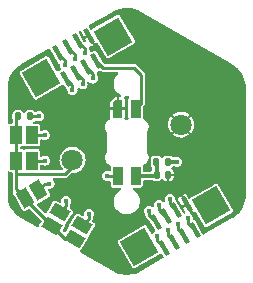
<source format=gbr>
%TF.GenerationSoftware,KiCad,Pcbnew,(6.0.6)*%
%TF.CreationDate,2022-07-10T21:38:46+02:00*%
%TF.ProjectId,GCode_Buttons_B3K-T13L,47436f64-655f-4427-9574-746f6e735f42,rev?*%
%TF.SameCoordinates,Original*%
%TF.FileFunction,Copper,L1,Top*%
%TF.FilePolarity,Positive*%
%FSLAX46Y46*%
G04 Gerber Fmt 4.6, Leading zero omitted, Abs format (unit mm)*
G04 Created by KiCad (PCBNEW (6.0.6)) date 2022-07-10 21:38:46*
%MOMM*%
%LPD*%
G01*
G04 APERTURE LIST*
G04 Aperture macros list*
%AMRoundRect*
0 Rectangle with rounded corners*
0 $1 Rounding radius*
0 $2 $3 $4 $5 $6 $7 $8 $9 X,Y pos of 4 corners*
0 Add a 4 corners polygon primitive as box body*
4,1,4,$2,$3,$4,$5,$6,$7,$8,$9,$2,$3,0*
0 Add four circle primitives for the rounded corners*
1,1,$1+$1,$2,$3*
1,1,$1+$1,$4,$5*
1,1,$1+$1,$6,$7*
1,1,$1+$1,$8,$9*
0 Add four rect primitives between the rounded corners*
20,1,$1+$1,$2,$3,$4,$5,0*
20,1,$1+$1,$4,$5,$6,$7,0*
20,1,$1+$1,$6,$7,$8,$9,0*
20,1,$1+$1,$8,$9,$2,$3,0*%
%AMRotRect*
0 Rectangle, with rotation*
0 The origin of the aperture is its center*
0 $1 length*
0 $2 width*
0 $3 Rotation angle, in degrees counterclockwise*
0 Add horizontal line*
21,1,$1,$2,0,0,$3*%
%AMFreePoly0*
4,1,15,-0.149998,0.780000,0.350000,0.780000,0.353536,0.778536,0.355000,0.775000,0.355000,-0.795000,0.353536,-0.798536,0.350000,-0.800000,-0.450000,-0.800000,-0.453536,-0.798536,-0.455000,-0.795000,-0.455001,0.475000,-0.453536,0.478536,-0.153536,0.778536,-0.150000,0.780001,-0.149998,0.780000,-0.149998,0.780000,$1*%
G04 Aperture macros list end*
%TA.AperFunction,SMDPad,CuDef*%
%ADD10RotRect,1.000000X1.500000X60.000000*%
%TD*%
%TA.AperFunction,SMDPad,CuDef*%
%ADD11RoundRect,0.082000X0.328000X0.718000X-0.328000X0.718000X-0.328000X-0.718000X0.328000X-0.718000X0*%
%TD*%
%TA.AperFunction,SMDPad,CuDef*%
%ADD12FreePoly0,0.000000*%
%TD*%
%TA.AperFunction,SMDPad,CuDef*%
%ADD13RoundRect,0.082000X-0.328000X-0.718000X0.328000X-0.718000X0.328000X0.718000X-0.328000X0.718000X0*%
%TD*%
%TA.AperFunction,SMDPad,CuDef*%
%ADD14RoundRect,0.135000X0.135000X0.185000X-0.135000X0.185000X-0.135000X-0.185000X0.135000X-0.185000X0*%
%TD*%
%TA.AperFunction,SMDPad,CuDef*%
%ADD15R,1.000000X1.500000*%
%TD*%
%TA.AperFunction,SMDPad,CuDef*%
%ADD16RoundRect,0.140000X-0.140000X-0.170000X0.140000X-0.170000X0.140000X0.170000X-0.140000X0.170000X0*%
%TD*%
%TA.AperFunction,SMDPad,CuDef*%
%ADD17RotRect,1.000000X1.500000X30.000000*%
%TD*%
%TA.AperFunction,SMDPad,CuDef*%
%ADD18RotRect,0.400000X1.350000X30.000000*%
%TD*%
%TA.AperFunction,SMDPad,CuDef*%
%ADD19RotRect,2.400000X2.400000X210.000000*%
%TD*%
%TA.AperFunction,ComponentPad*%
%ADD20C,1.800000*%
%TD*%
%TA.AperFunction,ViaPad*%
%ADD21C,0.450000*%
%TD*%
%TA.AperFunction,Conductor*%
%ADD22C,0.300000*%
%TD*%
%TA.AperFunction,Conductor*%
%ADD23C,0.250000*%
%TD*%
G04 APERTURE END LIST*
D10*
%TO.P,JP5,1,A*%
%TO.N,Net-(JP1-Pad1)*%
X95575000Y-108162917D03*
%TO.P,JP5,2,B*%
%TO.N,Net-(J1-Pad5)*%
X96225000Y-107037083D03*
%TD*%
D11*
%TO.P,D1,1,VDD*%
%TO.N,Net-(C1-Pad1)*%
X100750000Y-102850000D03*
%TO.P,D1,2,DOUT*%
%TO.N,Dout*%
X99250000Y-102850000D03*
D12*
%TO.P,D1,3,VSS*%
%TO.N,GND*%
X99250000Y-97150000D03*
D13*
%TO.P,D1,4,DIN*%
%TO.N,Din*%
X100750000Y-97150000D03*
%TD*%
D14*
%TO.P,R1,1*%
%TO.N,+5V*%
X91810000Y-97800000D03*
%TO.P,R1,2*%
%TO.N,Net-(JP1-Pad1)*%
X90790000Y-97800000D03*
%TD*%
D15*
%TO.P,JP2,1,A*%
%TO.N,Net-(JP1-Pad1)*%
X90650000Y-101550000D03*
%TO.P,JP2,2,B*%
%TO.N,Net-(J1-Pad2)*%
X91950000Y-101550000D03*
%TD*%
%TO.P,JP1,1,A*%
%TO.N,Net-(JP1-Pad1)*%
X90650000Y-99400000D03*
%TO.P,JP1,2,B*%
%TO.N,Net-(J1-Pad1)*%
X91950000Y-99400000D03*
%TD*%
D14*
%TO.P,R2,1*%
%TO.N,+5V*%
X103510000Y-101650000D03*
%TO.P,R2,2*%
%TO.N,Net-(C1-Pad1)*%
X102490000Y-101650000D03*
%TD*%
D16*
%TO.P,C1,1*%
%TO.N,Net-(C1-Pad1)*%
X102520000Y-102750000D03*
%TO.P,C1,2*%
%TO.N,GND*%
X103480000Y-102750000D03*
%TD*%
D17*
%TO.P,JP3,1,A*%
%TO.N,Net-(JP1-Pad1)*%
X91387083Y-104725000D03*
%TO.P,JP3,2,B*%
%TO.N,Net-(J1-Pad3)*%
X92512917Y-104075000D03*
%TD*%
D18*
%TO.P,J1,1,Pin_1*%
%TO.N,Net-(J1-Pad1)*%
X94834456Y-94627628D03*
%TO.P,J1,2,Pin_2*%
%TO.N,Net-(J1-Pad2)*%
X94167468Y-92472372D03*
%TO.P,J1,3,Pin_3*%
%TO.N,Net-(J1-Pad3)*%
X95700481Y-94127628D03*
%TO.P,J1,4,Pin_4*%
%TO.N,Net-(J1-Pad4)*%
X95033494Y-91972372D03*
%TO.P,J1,5,Pin_5*%
%TO.N,Net-(J1-Pad5)*%
X96566506Y-93627628D03*
%TO.P,J1,6,Pin_6*%
%TO.N,+5V*%
X95899519Y-91472372D03*
%TO.P,J1,7,Pin_7*%
%TO.N,Din*%
X97432532Y-93127628D03*
%TO.P,J1,8,Pin_8*%
%TO.N,GND*%
X96765544Y-90972372D03*
D19*
%TO.P,J1,MP*%
%TO.N,N/C*%
X98831089Y-91050000D03*
X92768911Y-94550000D03*
%TD*%
D18*
%TO.P,J2,1,Pin_1*%
%TO.N,Net-(J1-Pad1)*%
X103134456Y-108927628D03*
%TO.P,J2,2,Pin_2*%
%TO.N,Net-(J1-Pad2)*%
X102467468Y-106772372D03*
%TO.P,J2,3,Pin_3*%
%TO.N,Net-(J1-Pad3)*%
X104000481Y-108427628D03*
%TO.P,J2,4,Pin_4*%
%TO.N,Net-(J1-Pad4)*%
X103333494Y-106272372D03*
%TO.P,J2,5,Pin_5*%
%TO.N,Net-(J1-Pad5)*%
X104866506Y-107927628D03*
%TO.P,J2,6,Pin_6*%
%TO.N,+5V*%
X104199519Y-105772372D03*
%TO.P,J2,7,Pin_7*%
%TO.N,Dout*%
X105732532Y-107427628D03*
%TO.P,J2,8,Pin_8*%
%TO.N,GND*%
X105065544Y-105272372D03*
D19*
%TO.P,J2,MP*%
%TO.N,N/C*%
X107131089Y-105350000D03*
X101068911Y-108850000D03*
%TD*%
D10*
%TO.P,JP4,1,A*%
%TO.N,Net-(JP1-Pad1)*%
X93675000Y-107062917D03*
%TO.P,JP4,2,B*%
%TO.N,Net-(J1-Pad4)*%
X94325000Y-105937083D03*
%TD*%
D20*
%TO.P,SW1,1,1*%
%TO.N,Net-(JP1-Pad1)*%
X95400000Y-101500000D03*
%TO.P,SW1,2,2*%
%TO.N,GND*%
X104600000Y-98500000D03*
%TD*%
D21*
%TO.N,+5V*%
X103650000Y-104800000D03*
X92550000Y-97800000D03*
X96500000Y-92450000D03*
X104250000Y-101650000D03*
%TO.N,GND*%
X90650000Y-94350000D03*
X109450000Y-94350000D03*
X100000000Y-110850000D03*
X109450000Y-105300000D03*
X97400000Y-91950000D03*
X100000000Y-89000000D03*
X90500000Y-105300000D03*
%TO.N,Net-(J1-Pad4)*%
X95600000Y-92950000D03*
X102750000Y-105300000D03*
X94850000Y-104950000D03*
%TO.N,Net-(J1-Pad1)*%
X102550000Y-107950000D03*
X93050000Y-99400000D03*
X95400000Y-95600000D03*
%TO.N,Net-(J1-Pad2)*%
X93050000Y-101550000D03*
X94750000Y-93450000D03*
X101900000Y-105800000D03*
%TO.N,Net-(J1-Pad3)*%
X93450000Y-103500000D03*
X103450000Y-107450000D03*
X96250000Y-95100000D03*
%TO.N,Net-(J1-Pad5)*%
X104300000Y-106950000D03*
X96800000Y-106050000D03*
X97150000Y-94600000D03*
%TO.N,Dout*%
X105150000Y-106400000D03*
X98350000Y-102850000D03*
%TD*%
D22*
%TO.N,Net-(C1-Pad1)*%
X102520000Y-101680000D02*
X102490000Y-101650000D01*
X100750000Y-102850000D02*
X102420000Y-102850000D01*
X102420000Y-102850000D02*
X102520000Y-102750000D01*
X102520000Y-102750000D02*
X102520000Y-101680000D01*
%TO.N,+5V*%
X103510000Y-101650000D02*
X104250000Y-101650000D01*
D23*
X92550000Y-97800000D02*
X91810000Y-97800000D01*
X96500000Y-92450000D02*
X96500000Y-92082004D01*
X103650000Y-104800000D02*
X103650000Y-105232004D01*
X103650000Y-105232004D02*
X104212019Y-105794023D01*
X96500000Y-92082004D02*
X95912019Y-91494023D01*
%TO.N,Din*%
X101225001Y-96674999D02*
X100750000Y-97150000D01*
X100650000Y-93700000D02*
X101225001Y-94275001D01*
X98000000Y-93700000D02*
X100650000Y-93700000D01*
X101225001Y-94275001D02*
X101225001Y-96674999D01*
X97420032Y-93105977D02*
X97420032Y-93120032D01*
X97420032Y-93120032D02*
X98000000Y-93700000D01*
%TO.N,Net-(J1-Pad4)*%
X94850000Y-104950000D02*
X94850000Y-105412083D01*
X102750000Y-105300000D02*
X102750000Y-105698029D01*
X95600000Y-92548029D02*
X95045994Y-91994023D01*
X102750000Y-105698029D02*
X103345994Y-106294023D01*
X95600000Y-92950000D02*
X95600000Y-92548029D01*
X94850000Y-105412083D02*
X94325000Y-105937083D01*
%TO.N,Net-(J1-Pad1)*%
X102550000Y-107950000D02*
X102550000Y-108334021D01*
X102550000Y-108334021D02*
X103121956Y-108905977D01*
X95400000Y-95600000D02*
X95400000Y-95184021D01*
X95400000Y-95184021D02*
X94821956Y-94605977D01*
X91950000Y-99400000D02*
X93050000Y-99400000D01*
%TO.N,Net-(J1-Pad2)*%
X94750000Y-93064055D02*
X94179968Y-92494023D01*
X101900000Y-105800000D02*
X101900000Y-106214055D01*
X91950000Y-101550000D02*
X93050000Y-101550000D01*
X101900000Y-106214055D02*
X102479968Y-106794023D01*
X94750000Y-93450000D02*
X94750000Y-93064055D01*
%TO.N,Net-(J1-Pad3)*%
X103450000Y-107450000D02*
X103450000Y-107867996D01*
X96250000Y-94667996D02*
X95687981Y-94105977D01*
X103450000Y-107867996D02*
X103987981Y-108405977D01*
X96250000Y-95100000D02*
X96250000Y-94667996D01*
X93450000Y-103500000D02*
X93087917Y-103500000D01*
X93087917Y-103500000D02*
X92512917Y-104075000D01*
%TO.N,Net-(J1-Pad5)*%
X96800000Y-106050000D02*
X96800000Y-106462083D01*
X96800000Y-106462083D02*
X96225000Y-107037083D01*
X104300000Y-107351971D02*
X104854006Y-107905977D01*
X97150000Y-94600000D02*
X97150000Y-94201971D01*
X104300000Y-106950000D02*
X104300000Y-107351971D01*
X97150000Y-94201971D02*
X96554006Y-93605977D01*
%TO.N,Dout*%
X105150000Y-106400000D02*
X105150000Y-106835945D01*
X99250000Y-102850000D02*
X98350000Y-102850000D01*
X105150000Y-106835945D02*
X105720032Y-107405977D01*
%TO.N,Net-(JP1-Pad1)*%
X94775000Y-108162917D02*
X93675000Y-107062917D01*
X94760000Y-102700000D02*
X90650000Y-102700000D01*
X90650000Y-101550000D02*
X90650000Y-102700000D01*
X90650000Y-102700000D02*
X90650000Y-103987917D01*
X95400000Y-101500000D02*
X95400000Y-102060000D01*
X90650000Y-99400000D02*
X90650000Y-97940000D01*
X91387083Y-104775000D02*
X91387083Y-104725000D01*
X90650000Y-97940000D02*
X90790000Y-97800000D01*
X90650000Y-99400000D02*
X90650000Y-101550000D01*
X95575000Y-108162917D02*
X94775000Y-108162917D01*
X90650000Y-103987917D02*
X91387083Y-104725000D01*
X95400000Y-102060000D02*
X94760000Y-102700000D01*
X93675000Y-107062917D02*
X91387083Y-104775000D01*
%TD*%
%TA.AperFunction,Conductor*%
%TO.N,GND*%
G36*
X100139427Y-88618618D02*
G01*
X100393584Y-88648326D01*
X100404913Y-88650324D01*
X100653898Y-88709334D01*
X100664915Y-88712632D01*
X100905375Y-88800152D01*
X100915946Y-88804713D01*
X101120817Y-88907604D01*
X101129014Y-88913302D01*
X101129054Y-88913233D01*
X101138701Y-88918825D01*
X101146860Y-88926420D01*
X101157505Y-88929725D01*
X101157508Y-88929727D01*
X101158606Y-88930068D01*
X101178750Y-88938878D01*
X108920292Y-93408461D01*
X108938241Y-93421730D01*
X108946860Y-93429753D01*
X108957505Y-93433058D01*
X108966872Y-93438488D01*
X108976363Y-93442972D01*
X109168341Y-93569238D01*
X109177573Y-93576110D01*
X109329058Y-93703220D01*
X109373598Y-93740593D01*
X109381969Y-93748491D01*
X109452777Y-93823543D01*
X109557563Y-93934609D01*
X109564963Y-93943428D01*
X109717764Y-94148675D01*
X109724090Y-94158294D01*
X109852026Y-94379885D01*
X109857193Y-94390173D01*
X109958540Y-94625119D01*
X109962478Y-94635937D01*
X110035866Y-94881067D01*
X110038521Y-94892269D01*
X110047609Y-94943805D01*
X110082956Y-95144266D01*
X110084290Y-95155675D01*
X110097622Y-95384559D01*
X110096784Y-95394521D01*
X110096861Y-95394521D01*
X110096841Y-95405669D01*
X110094343Y-95416534D01*
X110096965Y-95428119D01*
X110097058Y-95428531D01*
X110099499Y-95450381D01*
X110099501Y-104389534D01*
X110096983Y-104411722D01*
X110094345Y-104423193D01*
X110096806Y-104434069D01*
X110096787Y-104444886D01*
X110097648Y-104455354D01*
X110092322Y-104546780D01*
X110085003Y-104672414D01*
X110084284Y-104684750D01*
X110082949Y-104696178D01*
X110072571Y-104755031D01*
X110038511Y-104948181D01*
X110035856Y-104959383D01*
X110025517Y-104993917D01*
X109962466Y-105204520D01*
X109958535Y-105215321D01*
X109864958Y-105432262D01*
X109857182Y-105450289D01*
X109852015Y-105460576D01*
X109724087Y-105682163D01*
X109717762Y-105691781D01*
X109564957Y-105897046D01*
X109557565Y-105905856D01*
X109387612Y-106086009D01*
X109381973Y-106091986D01*
X109373613Y-106099875D01*
X109177584Y-106264378D01*
X109168364Y-106271242D01*
X108976953Y-106397149D01*
X108967768Y-106401470D01*
X108967795Y-106401518D01*
X108958131Y-106407076D01*
X108947473Y-106410345D01*
X108938881Y-106418289D01*
X108938450Y-106418687D01*
X108920743Y-106431731D01*
X106530928Y-107811490D01*
X106471080Y-107824211D01*
X106415184Y-107799324D01*
X106395691Y-107775253D01*
X106293317Y-107597936D01*
X105732001Y-106625709D01*
X105728800Y-106622059D01*
X105728798Y-106622056D01*
X105699112Y-106588206D01*
X105692685Y-106580877D01*
X105683944Y-106576566D01*
X105683942Y-106576565D01*
X105627740Y-106548850D01*
X105583912Y-106506155D01*
X105573745Y-106444573D01*
X105579585Y-106407698D01*
X105579585Y-106407696D01*
X105580804Y-106400000D01*
X105565009Y-106300271D01*
X105560938Y-106274569D01*
X105560938Y-106274568D01*
X105559719Y-106266874D01*
X105554482Y-106256596D01*
X105502064Y-106153719D01*
X105502063Y-106153717D01*
X105498528Y-106146780D01*
X105493022Y-106141274D01*
X105488439Y-106134966D01*
X105489738Y-106134022D01*
X105466082Y-106087594D01*
X105467035Y-106081574D01*
X105439754Y-106078706D01*
X105410017Y-106058269D01*
X105404550Y-106052802D01*
X105388817Y-106032298D01*
X105036782Y-105422555D01*
X105026869Y-105413629D01*
X105021803Y-105413097D01*
X104782714Y-105551135D01*
X104773788Y-105561048D01*
X104773256Y-105566114D01*
X104965697Y-105899431D01*
X104978419Y-105959279D01*
X104953532Y-106015175D01*
X104924893Y-106037147D01*
X104923554Y-106037829D01*
X104863120Y-106047392D01*
X104808608Y-106019606D01*
X104792885Y-105999113D01*
X104783726Y-105983249D01*
X104198988Y-104970453D01*
X104195787Y-104966803D01*
X104195785Y-104966800D01*
X104170048Y-104937453D01*
X104159672Y-104925621D01*
X104133466Y-104912698D01*
X104089638Y-104870005D01*
X104080638Y-104815487D01*
X104079585Y-104815487D01*
X104079585Y-104809106D01*
X104079471Y-104808415D01*
X104079585Y-104807695D01*
X104080061Y-104804692D01*
X104353303Y-104804692D01*
X104355799Y-104823655D01*
X104370222Y-104866141D01*
X104374218Y-104874959D01*
X104661294Y-105372190D01*
X104671206Y-105381114D01*
X104676273Y-105381647D01*
X104915361Y-105243610D01*
X104924287Y-105233697D01*
X104924819Y-105228631D01*
X104549281Y-104578180D01*
X104539368Y-104569254D01*
X104534302Y-104568722D01*
X104441995Y-104622015D01*
X104434121Y-104627658D01*
X104400393Y-104657236D01*
X104388746Y-104672414D01*
X104362181Y-104726283D01*
X104357231Y-104744755D01*
X104353303Y-104804692D01*
X104080061Y-104804692D01*
X104080804Y-104800000D01*
X104071012Y-104738174D01*
X104060938Y-104674569D01*
X104060938Y-104674568D01*
X104059719Y-104666874D01*
X104045151Y-104638283D01*
X104002064Y-104553719D01*
X104002063Y-104553717D01*
X103998528Y-104546780D01*
X103923487Y-104471739D01*
X104718769Y-104471739D01*
X105102147Y-105135769D01*
X105565757Y-105938765D01*
X105573212Y-105973835D01*
X105574213Y-105973649D01*
X105596787Y-105976022D01*
X105689093Y-105922729D01*
X105696961Y-105917090D01*
X105702112Y-105912573D01*
X105758328Y-105888420D01*
X105818005Y-105901922D01*
X105853126Y-105937504D01*
X105925336Y-106062576D01*
X106528094Y-107106583D01*
X106531302Y-107110241D01*
X106560980Y-107144083D01*
X106560983Y-107144085D01*
X106567410Y-107151414D01*
X106638949Y-107186692D01*
X106648680Y-107187330D01*
X106661682Y-107188182D01*
X106718542Y-107191910D01*
X106727774Y-107188776D01*
X106727775Y-107188776D01*
X106770402Y-107174306D01*
X106770403Y-107174305D01*
X106775006Y-107172743D01*
X106814066Y-107150192D01*
X107634961Y-106676248D01*
X108887672Y-105952995D01*
X108905336Y-105937504D01*
X108925172Y-105920109D01*
X108925174Y-105920106D01*
X108932503Y-105913679D01*
X108938428Y-105901665D01*
X108963468Y-105850886D01*
X108967781Y-105842140D01*
X108972999Y-105762547D01*
X108968809Y-105750202D01*
X108955395Y-105710687D01*
X108955394Y-105710686D01*
X108953832Y-105706083D01*
X108848398Y-105523465D01*
X108638513Y-105159934D01*
X107734084Y-103593417D01*
X107730876Y-103589759D01*
X107701198Y-103555917D01*
X107701195Y-103555915D01*
X107694768Y-103548586D01*
X107623229Y-103513308D01*
X107613498Y-103512670D01*
X107598961Y-103511717D01*
X107543636Y-103508090D01*
X107534404Y-103511224D01*
X107534403Y-103511224D01*
X107491776Y-103525694D01*
X107487172Y-103527257D01*
X107482964Y-103529687D01*
X107482963Y-103529687D01*
X107086256Y-103758726D01*
X105374506Y-104747005D01*
X105370848Y-104750213D01*
X105365354Y-104755031D01*
X105309137Y-104779184D01*
X105249461Y-104765680D01*
X105214342Y-104730099D01*
X105067036Y-104474957D01*
X105061397Y-104467088D01*
X105031818Y-104433359D01*
X105016640Y-104421712D01*
X104962771Y-104395147D01*
X104944299Y-104390197D01*
X104884362Y-104386269D01*
X104865399Y-104388765D01*
X104822913Y-104403188D01*
X104814095Y-104407184D01*
X104728227Y-104456760D01*
X104719302Y-104466672D01*
X104718769Y-104471739D01*
X103923487Y-104471739D01*
X103903220Y-104451472D01*
X103896283Y-104447937D01*
X103896281Y-104447936D01*
X103790066Y-104393817D01*
X103790065Y-104393817D01*
X103783126Y-104390281D01*
X103775432Y-104389062D01*
X103775431Y-104389062D01*
X103657696Y-104370415D01*
X103650000Y-104369196D01*
X103642304Y-104370415D01*
X103524569Y-104389062D01*
X103524568Y-104389062D01*
X103516874Y-104390281D01*
X103509935Y-104393817D01*
X103509934Y-104393817D01*
X103403719Y-104447936D01*
X103403717Y-104447937D01*
X103396780Y-104451472D01*
X103301472Y-104546780D01*
X103297937Y-104553717D01*
X103297936Y-104553719D01*
X103254849Y-104638283D01*
X103240281Y-104666874D01*
X103239062Y-104674568D01*
X103239062Y-104674569D01*
X103228988Y-104738174D01*
X103219196Y-104800000D01*
X103233302Y-104889062D01*
X103240281Y-104933126D01*
X103237680Y-104933538D01*
X103237683Y-104982357D01*
X103201722Y-105031859D01*
X103143532Y-105050770D01*
X103085341Y-105031866D01*
X103073522Y-105021774D01*
X103003220Y-104951472D01*
X102996283Y-104947937D01*
X102996281Y-104947936D01*
X102890066Y-104893817D01*
X102890065Y-104893817D01*
X102883126Y-104890281D01*
X102875432Y-104889062D01*
X102875431Y-104889062D01*
X102757696Y-104870415D01*
X102750000Y-104869196D01*
X102742304Y-104870415D01*
X102624569Y-104889062D01*
X102624568Y-104889062D01*
X102616874Y-104890281D01*
X102609935Y-104893817D01*
X102609934Y-104893817D01*
X102503719Y-104947936D01*
X102503717Y-104947937D01*
X102496780Y-104951472D01*
X102401472Y-105046780D01*
X102397937Y-105053717D01*
X102397936Y-105053719D01*
X102373219Y-105102230D01*
X102340281Y-105166874D01*
X102339062Y-105174568D01*
X102339062Y-105174569D01*
X102332604Y-105215345D01*
X102319196Y-105300000D01*
X102330551Y-105371688D01*
X102331273Y-105376249D01*
X102321702Y-105436681D01*
X102278437Y-105479945D01*
X102218005Y-105489517D01*
X102163488Y-105461740D01*
X102153220Y-105451472D01*
X102146283Y-105447937D01*
X102146281Y-105447936D01*
X102040066Y-105393817D01*
X102040065Y-105393817D01*
X102033126Y-105390281D01*
X102025432Y-105389062D01*
X102025431Y-105389062D01*
X101907696Y-105370415D01*
X101900000Y-105369196D01*
X101892304Y-105370415D01*
X101774569Y-105389062D01*
X101774568Y-105389062D01*
X101766874Y-105390281D01*
X101759935Y-105393817D01*
X101759934Y-105393817D01*
X101653719Y-105447936D01*
X101653717Y-105447937D01*
X101646780Y-105451472D01*
X101551472Y-105546780D01*
X101547937Y-105553717D01*
X101547936Y-105553719D01*
X101504452Y-105639062D01*
X101490281Y-105666874D01*
X101489062Y-105674568D01*
X101489062Y-105674569D01*
X101481493Y-105722360D01*
X101469196Y-105800000D01*
X101473403Y-105826560D01*
X101488926Y-105924569D01*
X101490281Y-105933126D01*
X101493817Y-105940065D01*
X101493817Y-105940066D01*
X101511023Y-105973835D01*
X101551472Y-106053220D01*
X101555845Y-106057593D01*
X101574500Y-106115010D01*
X101574500Y-106195521D01*
X101574123Y-106204150D01*
X101570736Y-106242862D01*
X101572978Y-106251229D01*
X101580796Y-106280404D01*
X101582666Y-106288839D01*
X101585202Y-106303220D01*
X101589412Y-106327100D01*
X101593742Y-106334599D01*
X101595738Y-106340084D01*
X101598204Y-106345371D01*
X101600446Y-106353739D01*
X101621013Y-106383111D01*
X101622732Y-106385566D01*
X101627371Y-106392847D01*
X101646806Y-106426510D01*
X101668367Y-106444602D01*
X101676571Y-106451486D01*
X101682939Y-106457320D01*
X102005386Y-106779767D01*
X102021114Y-106800265D01*
X102389044Y-107437536D01*
X102401765Y-107497384D01*
X102376878Y-107553280D01*
X102348253Y-107575245D01*
X102337200Y-107580877D01*
X102303719Y-107597936D01*
X102303717Y-107597937D01*
X102296780Y-107601472D01*
X102201472Y-107696780D01*
X102197936Y-107703719D01*
X102193355Y-107710025D01*
X102191597Y-107708748D01*
X102156035Y-107744310D01*
X102095604Y-107753884D01*
X102041086Y-107726107D01*
X102025351Y-107705602D01*
X101744697Y-107219495D01*
X101671906Y-107093417D01*
X101664536Y-107085013D01*
X101639020Y-107055917D01*
X101639017Y-107055915D01*
X101632590Y-107048586D01*
X101621342Y-107043039D01*
X101569797Y-107017621D01*
X101561051Y-107013308D01*
X101551320Y-107012670D01*
X101532923Y-107011464D01*
X101481458Y-107008090D01*
X101472226Y-107011224D01*
X101472225Y-107011224D01*
X101429598Y-107025694D01*
X101424994Y-107027257D01*
X101420786Y-107029687D01*
X101420785Y-107029687D01*
X101332121Y-107080877D01*
X99312328Y-108247005D01*
X99308670Y-108250213D01*
X99274828Y-108279891D01*
X99274826Y-108279894D01*
X99267497Y-108286321D01*
X99232219Y-108357860D01*
X99227001Y-108437453D01*
X99246168Y-108493917D01*
X100465916Y-110606583D01*
X100469124Y-110610241D01*
X100498802Y-110644083D01*
X100498805Y-110644085D01*
X100505232Y-110651414D01*
X100576771Y-110686692D01*
X100586502Y-110687330D01*
X100599504Y-110688182D01*
X100656364Y-110691910D01*
X100665596Y-110688776D01*
X100665597Y-110688776D01*
X100708224Y-110674306D01*
X100708225Y-110674305D01*
X100712828Y-110672743D01*
X102825494Y-109452995D01*
X102829148Y-109449791D01*
X102829153Y-109449787D01*
X102834259Y-109445308D01*
X102890474Y-109421153D01*
X102950151Y-109434654D01*
X102985273Y-109470237D01*
X103103928Y-109675752D01*
X103116650Y-109735600D01*
X103091764Y-109791496D01*
X103067692Y-109810989D01*
X101179205Y-110901308D01*
X101158731Y-110910220D01*
X101158140Y-110910401D01*
X101158138Y-110910402D01*
X101147479Y-110913671D01*
X101139291Y-110921240D01*
X101129917Y-110926631D01*
X101121282Y-110932612D01*
X100915933Y-111035747D01*
X100905361Y-111040307D01*
X100664922Y-111127824D01*
X100653893Y-111131126D01*
X100404920Y-111190136D01*
X100393582Y-111192136D01*
X100139428Y-111221843D01*
X100127935Y-111222512D01*
X99872065Y-111222512D01*
X99860572Y-111221843D01*
X99606418Y-111192136D01*
X99595080Y-111190136D01*
X99346108Y-111131126D01*
X99335079Y-111127824D01*
X99094640Y-111040307D01*
X99084068Y-111035747D01*
X98879180Y-110932844D01*
X98870991Y-110927150D01*
X98870950Y-110927220D01*
X98861304Y-110921628D01*
X98853143Y-110914031D01*
X98841453Y-110910401D01*
X98841398Y-110910384D01*
X98821254Y-110901574D01*
X98820794Y-110901308D01*
X96312242Y-109452995D01*
X96075578Y-109316357D01*
X96034637Y-109270887D01*
X96028241Y-109210037D01*
X96058834Y-109157049D01*
X96081293Y-109141829D01*
X96090223Y-109137426D01*
X96090227Y-109137423D01*
X96098967Y-109133113D01*
X96138283Y-109088282D01*
X96605008Y-108279891D01*
X96655601Y-108192261D01*
X96655601Y-108192260D01*
X96658031Y-108188052D01*
X96677198Y-108131588D01*
X96675879Y-108111464D01*
X96690940Y-108052161D01*
X96730881Y-108016199D01*
X96740220Y-108011593D01*
X96740222Y-108011592D01*
X96748967Y-108007279D01*
X96788283Y-107962448D01*
X97238656Y-107182379D01*
X97305601Y-107066427D01*
X97305601Y-107066426D01*
X97308031Y-107062218D01*
X97312054Y-107050366D01*
X97324064Y-107014987D01*
X97324064Y-107014986D01*
X97327198Y-107005754D01*
X97321981Y-106926161D01*
X97317069Y-106916199D01*
X97291016Y-106863368D01*
X97286703Y-106854622D01*
X97268696Y-106838831D01*
X97245526Y-106818511D01*
X97245524Y-106818510D01*
X97241871Y-106815306D01*
X97127609Y-106749337D01*
X97086671Y-106703870D01*
X97080275Y-106643020D01*
X97091582Y-106617018D01*
X97090925Y-106616712D01*
X97094585Y-106608863D01*
X97099554Y-106601767D01*
X97101796Y-106593400D01*
X97104262Y-106588112D01*
X97106258Y-106582627D01*
X97110588Y-106575128D01*
X97113195Y-106560346D01*
X97117334Y-106536867D01*
X97119204Y-106528432D01*
X97127022Y-106499257D01*
X97129264Y-106490890D01*
X97125877Y-106452174D01*
X97125500Y-106443546D01*
X97125500Y-106365010D01*
X97144155Y-106307593D01*
X97148528Y-106303220D01*
X97201202Y-106199841D01*
X97206183Y-106190066D01*
X97206183Y-106190065D01*
X97209719Y-106183126D01*
X97220508Y-106115010D01*
X97229585Y-106057696D01*
X97230804Y-106050000D01*
X97221570Y-105991698D01*
X97210938Y-105924569D01*
X97210938Y-105924568D01*
X97209719Y-105916874D01*
X97206183Y-105909934D01*
X97152064Y-105803719D01*
X97152063Y-105803717D01*
X97148528Y-105796780D01*
X97053220Y-105701472D01*
X97046283Y-105697937D01*
X97046281Y-105697936D01*
X96940066Y-105643817D01*
X96940065Y-105643817D01*
X96933126Y-105640281D01*
X96925432Y-105639062D01*
X96925431Y-105639062D01*
X96807696Y-105620415D01*
X96800000Y-105619196D01*
X96792304Y-105620415D01*
X96674569Y-105639062D01*
X96674568Y-105639062D01*
X96666874Y-105640281D01*
X96659935Y-105643817D01*
X96659934Y-105643817D01*
X96553719Y-105697936D01*
X96553717Y-105697937D01*
X96546780Y-105701472D01*
X96451472Y-105796780D01*
X96447937Y-105803717D01*
X96447936Y-105803719D01*
X96393817Y-105909934D01*
X96390281Y-105916874D01*
X96389062Y-105924568D01*
X96389062Y-105924569D01*
X96378430Y-105991698D01*
X96369196Y-106050000D01*
X96376508Y-106096163D01*
X96382307Y-106132779D01*
X96372736Y-106193211D01*
X96329471Y-106236476D01*
X96269039Y-106246047D01*
X96235026Y-106234003D01*
X95912840Y-106047989D01*
X95912838Y-106047988D01*
X95908629Y-106045558D01*
X95899043Y-106042304D01*
X95861398Y-106029525D01*
X95861396Y-106029525D01*
X95852164Y-106026391D01*
X95800456Y-106029781D01*
X95782302Y-106030971D01*
X95772571Y-106031609D01*
X95701033Y-106066887D01*
X95661717Y-106111718D01*
X95141969Y-107011948D01*
X95140407Y-107016551D01*
X95140406Y-107016552D01*
X95131637Y-107042386D01*
X95122802Y-107068412D01*
X95123788Y-107083448D01*
X95124121Y-107088536D01*
X95109060Y-107147839D01*
X95069119Y-107183801D01*
X95059780Y-107188407D01*
X95059778Y-107188408D01*
X95051033Y-107192721D01*
X95044605Y-107200051D01*
X95014925Y-107233893D01*
X95014921Y-107233898D01*
X95011717Y-107237552D01*
X95009285Y-107241764D01*
X95009283Y-107241767D01*
X94917288Y-107401107D01*
X94833866Y-107545599D01*
X94819366Y-107570713D01*
X94773897Y-107611654D01*
X94713047Y-107618050D01*
X94663626Y-107591217D01*
X94593020Y-107520611D01*
X94565243Y-107466094D01*
X94577288Y-107401107D01*
X94758031Y-107088052D01*
X94761395Y-107078142D01*
X94774064Y-107040821D01*
X94774064Y-107040820D01*
X94777198Y-107031588D01*
X94775879Y-107011464D01*
X94790940Y-106952161D01*
X94830881Y-106916199D01*
X94840220Y-106911593D01*
X94840222Y-106911592D01*
X94848967Y-106907279D01*
X94888283Y-106862448D01*
X95328194Y-106100500D01*
X95405601Y-105966427D01*
X95405601Y-105966426D01*
X95408031Y-105962218D01*
X95416420Y-105937504D01*
X95424064Y-105914987D01*
X95424064Y-105914986D01*
X95427198Y-105905754D01*
X95421981Y-105826161D01*
X95414542Y-105811074D01*
X95391016Y-105763368D01*
X95386703Y-105754622D01*
X95345533Y-105718517D01*
X95345524Y-105718509D01*
X95345521Y-105718507D01*
X95341871Y-105715306D01*
X95205487Y-105636565D01*
X95164546Y-105591095D01*
X95158150Y-105530245D01*
X95158660Y-105528468D01*
X95160588Y-105525128D01*
X95167337Y-105486854D01*
X95169206Y-105478427D01*
X95177022Y-105449256D01*
X95177022Y-105449253D01*
X95179263Y-105440890D01*
X95175877Y-105402186D01*
X95175500Y-105393558D01*
X95175500Y-105265010D01*
X95194155Y-105207593D01*
X95198528Y-105203220D01*
X95243848Y-105114274D01*
X95256183Y-105090066D01*
X95256183Y-105090065D01*
X95259719Y-105083126D01*
X95264332Y-105054004D01*
X95279585Y-104957696D01*
X95279585Y-104957695D01*
X95280804Y-104950000D01*
X95271355Y-104890343D01*
X95260938Y-104824569D01*
X95260938Y-104824568D01*
X95259719Y-104816874D01*
X95247200Y-104792304D01*
X95202064Y-104703719D01*
X95202063Y-104703717D01*
X95198528Y-104696780D01*
X95103220Y-104601472D01*
X95096283Y-104597937D01*
X95096281Y-104597936D01*
X94990066Y-104543817D01*
X94990065Y-104543817D01*
X94983126Y-104540281D01*
X94975432Y-104539062D01*
X94975431Y-104539062D01*
X94857696Y-104520415D01*
X94850000Y-104519196D01*
X94842304Y-104520415D01*
X94724569Y-104539062D01*
X94724568Y-104539062D01*
X94716874Y-104540281D01*
X94709935Y-104543817D01*
X94709934Y-104543817D01*
X94603719Y-104597936D01*
X94603717Y-104597937D01*
X94596780Y-104601472D01*
X94501472Y-104696780D01*
X94497937Y-104703717D01*
X94497936Y-104703719D01*
X94452800Y-104792304D01*
X94440281Y-104816874D01*
X94439062Y-104824568D01*
X94439062Y-104824569D01*
X94428645Y-104890343D01*
X94419196Y-104950000D01*
X94427275Y-105001007D01*
X94417704Y-105061437D01*
X94374440Y-105104702D01*
X94314008Y-105114274D01*
X94279994Y-105102230D01*
X94012840Y-104947989D01*
X94012838Y-104947988D01*
X94008629Y-104945558D01*
X93996162Y-104941326D01*
X93961398Y-104929525D01*
X93961396Y-104929525D01*
X93952164Y-104926391D01*
X93900456Y-104929781D01*
X93882302Y-104930971D01*
X93872571Y-104931609D01*
X93801033Y-104966887D01*
X93761717Y-105011718D01*
X93395785Y-105645531D01*
X93247758Y-105901922D01*
X93241969Y-105911948D01*
X93240407Y-105916551D01*
X93240406Y-105916552D01*
X93227858Y-105953517D01*
X93191249Y-106002542D01*
X93132816Y-106020686D01*
X93074877Y-106001018D01*
X93064108Y-105991698D01*
X92416853Y-105344444D01*
X92389076Y-105289927D01*
X92398647Y-105229495D01*
X92441912Y-105186230D01*
X92472846Y-105176625D01*
X92481588Y-105177198D01*
X92490820Y-105174064D01*
X92490821Y-105174064D01*
X92533448Y-105159594D01*
X92533449Y-105159593D01*
X92538052Y-105158031D01*
X93438282Y-104638283D01*
X93483113Y-104598967D01*
X93518391Y-104527429D01*
X93523609Y-104447836D01*
X93518212Y-104431935D01*
X93506006Y-104395978D01*
X93506005Y-104395977D01*
X93504442Y-104391371D01*
X93501497Y-104386269D01*
X93321029Y-104073690D01*
X93308308Y-104013842D01*
X93333195Y-103957946D01*
X93386183Y-103927353D01*
X93422251Y-103926409D01*
X93450000Y-103930804D01*
X93457696Y-103929585D01*
X93575431Y-103910938D01*
X93575432Y-103910938D01*
X93583126Y-103909719D01*
X93602652Y-103899770D01*
X93696281Y-103852064D01*
X93696283Y-103852063D01*
X93703220Y-103848528D01*
X93798528Y-103753220D01*
X93802752Y-103744931D01*
X93856183Y-103640066D01*
X93856183Y-103640065D01*
X93859719Y-103633126D01*
X93862925Y-103612888D01*
X93879585Y-103507696D01*
X93880804Y-103500000D01*
X93859719Y-103366874D01*
X93815243Y-103279585D01*
X93802064Y-103253719D01*
X93802063Y-103253717D01*
X93798528Y-103246780D01*
X93746252Y-103194504D01*
X93718475Y-103139987D01*
X93728046Y-103079555D01*
X93771311Y-103036290D01*
X93816256Y-103025500D01*
X94741466Y-103025500D01*
X94750095Y-103025877D01*
X94788807Y-103029264D01*
X94826350Y-103019204D01*
X94834784Y-103017334D01*
X94864517Y-103012092D01*
X94864519Y-103012091D01*
X94873045Y-103010588D01*
X94880544Y-103006258D01*
X94886029Y-103004262D01*
X94891316Y-103001796D01*
X94899684Y-102999554D01*
X94931511Y-102977268D01*
X94938795Y-102972627D01*
X94955378Y-102963053D01*
X94972455Y-102953194D01*
X94997431Y-102923429D01*
X95003265Y-102917061D01*
X95291344Y-102628982D01*
X95345861Y-102601205D01*
X95365234Y-102600062D01*
X95404907Y-102601620D01*
X95457842Y-102603700D01*
X95482933Y-102600062D01*
X95653519Y-102575329D01*
X95653522Y-102575328D01*
X95658007Y-102574678D01*
X95805826Y-102524500D01*
X95845234Y-102511123D01*
X95845237Y-102511121D01*
X95849531Y-102509664D01*
X96011075Y-102419196D01*
X96022039Y-102413056D01*
X96022041Y-102413055D01*
X96026001Y-102410837D01*
X96181505Y-102281505D01*
X96310837Y-102126001D01*
X96317522Y-102114065D01*
X96344503Y-102065885D01*
X96409664Y-101949531D01*
X96411201Y-101945005D01*
X96459330Y-101803220D01*
X96474678Y-101758007D01*
X96488733Y-101661073D01*
X96493492Y-101628249D01*
X96503700Y-101557842D01*
X96504541Y-101525728D01*
X96505139Y-101502913D01*
X96505139Y-101502908D01*
X96505215Y-101500000D01*
X96504696Y-101494344D01*
X96487123Y-101303109D01*
X96486708Y-101298591D01*
X96431807Y-101103926D01*
X96342351Y-100922527D01*
X96246965Y-100794790D01*
X96224051Y-100764104D01*
X96224050Y-100764103D01*
X96221335Y-100760467D01*
X96072812Y-100623174D01*
X96064774Y-100618102D01*
X95905594Y-100517667D01*
X95901757Y-100515246D01*
X95713898Y-100440298D01*
X95515526Y-100400839D01*
X95415930Y-100399535D01*
X95317826Y-100398251D01*
X95317821Y-100398251D01*
X95313286Y-100398192D01*
X95308813Y-100398961D01*
X95308808Y-100398961D01*
X95210245Y-100415898D01*
X95113949Y-100432444D01*
X94924193Y-100502449D01*
X94750371Y-100605862D01*
X94746956Y-100608857D01*
X94746953Y-100608859D01*
X94712265Y-100639280D01*
X94598305Y-100739220D01*
X94595497Y-100742782D01*
X94479906Y-100889410D01*
X94473089Y-100898057D01*
X94378914Y-101077053D01*
X94377569Y-101081384D01*
X94377568Y-101081387D01*
X94321030Y-101263473D01*
X94318937Y-101270213D01*
X94307196Y-101369410D01*
X94302845Y-101406177D01*
X94295164Y-101471069D01*
X94298748Y-101525748D01*
X94307342Y-101656868D01*
X94308392Y-101672894D01*
X94309508Y-101677287D01*
X94309508Y-101677289D01*
X94312753Y-101690066D01*
X94358178Y-101868928D01*
X94442856Y-102052607D01*
X94522271Y-102164977D01*
X94559588Y-102217780D01*
X94557772Y-102219063D01*
X94577932Y-102267726D01*
X94563653Y-102327221D01*
X94517130Y-102366961D01*
X94479238Y-102374500D01*
X92749500Y-102374500D01*
X92691309Y-102355593D01*
X92655345Y-102306093D01*
X92650500Y-102275500D01*
X92650500Y-101985042D01*
X92669407Y-101926851D01*
X92718907Y-101890887D01*
X92780093Y-101890887D01*
X92796432Y-101899211D01*
X92796780Y-101898528D01*
X92892960Y-101947534D01*
X92916874Y-101959719D01*
X92924568Y-101960938D01*
X92924569Y-101960938D01*
X93042304Y-101979585D01*
X93050000Y-101980804D01*
X93057696Y-101979585D01*
X93175431Y-101960938D01*
X93175432Y-101960938D01*
X93183126Y-101959719D01*
X93203121Y-101949531D01*
X93296281Y-101902064D01*
X93296283Y-101902063D01*
X93303220Y-101898528D01*
X93398528Y-101803220D01*
X93405231Y-101790066D01*
X93456183Y-101690066D01*
X93456183Y-101690065D01*
X93459719Y-101683126D01*
X93462057Y-101668368D01*
X93479107Y-101560717D01*
X93480804Y-101550000D01*
X93462616Y-101435162D01*
X93460938Y-101424569D01*
X93460938Y-101424568D01*
X93459719Y-101416874D01*
X93446675Y-101391274D01*
X93402064Y-101303719D01*
X93402063Y-101303717D01*
X93398528Y-101296780D01*
X93303220Y-101201472D01*
X93296283Y-101197937D01*
X93296281Y-101197936D01*
X93190066Y-101143817D01*
X93190065Y-101143817D01*
X93183126Y-101140281D01*
X93175432Y-101139062D01*
X93175431Y-101139062D01*
X93057696Y-101120415D01*
X93050000Y-101119196D01*
X93042304Y-101120415D01*
X92924569Y-101139062D01*
X92924568Y-101139062D01*
X92916874Y-101140281D01*
X92909935Y-101143817D01*
X92909934Y-101143817D01*
X92877386Y-101160401D01*
X92796780Y-101201472D01*
X92795524Y-101199006D01*
X92749487Y-101213958D01*
X92691299Y-101195043D01*
X92655341Y-101145538D01*
X92650500Y-101114958D01*
X92650500Y-100780252D01*
X92638867Y-100721769D01*
X92594552Y-100655448D01*
X92528231Y-100611133D01*
X92518668Y-100609231D01*
X92518666Y-100609230D01*
X92490048Y-100603538D01*
X92469748Y-100599500D01*
X91430252Y-100599500D01*
X91409952Y-100603538D01*
X91381334Y-100609230D01*
X91381332Y-100609231D01*
X91371769Y-100611133D01*
X91355002Y-100622337D01*
X91296116Y-100638946D01*
X91244998Y-100622337D01*
X91228231Y-100611133D01*
X91218668Y-100609231D01*
X91218666Y-100609230D01*
X91190048Y-100603538D01*
X91169748Y-100599500D01*
X91074500Y-100599500D01*
X91016309Y-100580593D01*
X90980345Y-100531093D01*
X90975500Y-100500500D01*
X90975500Y-100449500D01*
X90994407Y-100391309D01*
X91043907Y-100355345D01*
X91074500Y-100350500D01*
X91169748Y-100350500D01*
X91195995Y-100345279D01*
X91218666Y-100340770D01*
X91218668Y-100340769D01*
X91228231Y-100338867D01*
X91244998Y-100327663D01*
X91303884Y-100311054D01*
X91355002Y-100327663D01*
X91371769Y-100338867D01*
X91381332Y-100340769D01*
X91381334Y-100340770D01*
X91404005Y-100345279D01*
X91430252Y-100350500D01*
X92469748Y-100350500D01*
X92495995Y-100345279D01*
X92518666Y-100340770D01*
X92518668Y-100340769D01*
X92528231Y-100338867D01*
X92594552Y-100294552D01*
X92638867Y-100228231D01*
X92650500Y-100169748D01*
X92650500Y-99835042D01*
X92669407Y-99776851D01*
X92718907Y-99740887D01*
X92780093Y-99740887D01*
X92796432Y-99749211D01*
X92796780Y-99748528D01*
X92916874Y-99809719D01*
X92924568Y-99810938D01*
X92924569Y-99810938D01*
X93042304Y-99829585D01*
X93050000Y-99830804D01*
X93057696Y-99829585D01*
X93175431Y-99810938D01*
X93175432Y-99810938D01*
X93183126Y-99809719D01*
X93190066Y-99806183D01*
X93296281Y-99752064D01*
X93296283Y-99752063D01*
X93303220Y-99748528D01*
X93398528Y-99653220D01*
X93427969Y-99595440D01*
X93456183Y-99540066D01*
X93456183Y-99540065D01*
X93459719Y-99533126D01*
X93480804Y-99400000D01*
X93471022Y-99338237D01*
X93460938Y-99274569D01*
X93460938Y-99274568D01*
X93459719Y-99266874D01*
X93439994Y-99228161D01*
X93402064Y-99153719D01*
X93402063Y-99153717D01*
X93398528Y-99146780D01*
X93303220Y-99051472D01*
X93296283Y-99047937D01*
X93296281Y-99047936D01*
X93190066Y-98993817D01*
X93190065Y-98993817D01*
X93183126Y-98990281D01*
X93175432Y-98989062D01*
X93175431Y-98989062D01*
X93057696Y-98970415D01*
X93050000Y-98969196D01*
X93042304Y-98970415D01*
X92924569Y-98989062D01*
X92924568Y-98989062D01*
X92916874Y-98990281D01*
X92909935Y-98993817D01*
X92909934Y-98993817D01*
X92818922Y-99040190D01*
X92796780Y-99051472D01*
X92795524Y-99049006D01*
X92749487Y-99063958D01*
X92691299Y-99045043D01*
X92655341Y-98995538D01*
X92650500Y-98964958D01*
X92650500Y-98630252D01*
X92638867Y-98571769D01*
X92594552Y-98505448D01*
X92528231Y-98461133D01*
X92518668Y-98459231D01*
X92518666Y-98459230D01*
X92495995Y-98454721D01*
X92469748Y-98449500D01*
X92186940Y-98449500D01*
X92128749Y-98430593D01*
X92092785Y-98381093D01*
X92092785Y-98319907D01*
X92130159Y-98269402D01*
X92132552Y-98267726D01*
X92140404Y-98264065D01*
X92218865Y-98185604D01*
X92273382Y-98157827D01*
X92333814Y-98167398D01*
X92371357Y-98186527D01*
X92416874Y-98209719D01*
X92424568Y-98210938D01*
X92424569Y-98210938D01*
X92542304Y-98229585D01*
X92550000Y-98230804D01*
X92557696Y-98229585D01*
X92675431Y-98210938D01*
X92675432Y-98210938D01*
X92683126Y-98209719D01*
X92728643Y-98186527D01*
X92796281Y-98152064D01*
X92796283Y-98152063D01*
X92803220Y-98148528D01*
X92898528Y-98053220D01*
X92909962Y-98030781D01*
X92956183Y-97940066D01*
X92956183Y-97940065D01*
X92959719Y-97933126D01*
X92962925Y-97912888D01*
X92979585Y-97807696D01*
X92980804Y-97800000D01*
X92959719Y-97666874D01*
X92953926Y-97655505D01*
X92902064Y-97553719D01*
X92902063Y-97553717D01*
X92898528Y-97546780D01*
X92803220Y-97451472D01*
X92796283Y-97447937D01*
X92796281Y-97447936D01*
X92690066Y-97393817D01*
X92690065Y-97393817D01*
X92683126Y-97390281D01*
X92675432Y-97389062D01*
X92675431Y-97389062D01*
X92557696Y-97370415D01*
X92550000Y-97369196D01*
X92542304Y-97370415D01*
X92424569Y-97389062D01*
X92424568Y-97389062D01*
X92416874Y-97390281D01*
X92409935Y-97393817D01*
X92409934Y-97393817D01*
X92333814Y-97432602D01*
X92273382Y-97442173D01*
X92218865Y-97414396D01*
X92140404Y-97335935D01*
X92132556Y-97332275D01*
X92132554Y-97332274D01*
X92040042Y-97289135D01*
X92040041Y-97289135D01*
X92033173Y-97285932D01*
X91984316Y-97279500D01*
X91635684Y-97279500D01*
X91586827Y-97285932D01*
X91579959Y-97289135D01*
X91579958Y-97289135D01*
X91487446Y-97332274D01*
X91487444Y-97332275D01*
X91479596Y-97335935D01*
X91395935Y-97419596D01*
X91389723Y-97432919D01*
X91347995Y-97477664D01*
X91287933Y-97489338D01*
X91232481Y-97463479D01*
X91210278Y-97432920D01*
X91204065Y-97419596D01*
X91120404Y-97335935D01*
X91112556Y-97332275D01*
X91112554Y-97332274D01*
X91020042Y-97289135D01*
X91020041Y-97289135D01*
X91013173Y-97285932D01*
X90964316Y-97279500D01*
X90615684Y-97279500D01*
X90566827Y-97285932D01*
X90559959Y-97289135D01*
X90559958Y-97289135D01*
X90467446Y-97332274D01*
X90467444Y-97332275D01*
X90459596Y-97335935D01*
X90375935Y-97419596D01*
X90372276Y-97427443D01*
X90372274Y-97427446D01*
X90329135Y-97519958D01*
X90325932Y-97526827D01*
X90319500Y-97575684D01*
X90319500Y-98024316D01*
X90323208Y-98052478D01*
X90323653Y-98055862D01*
X90324500Y-98068784D01*
X90324500Y-98350500D01*
X90305593Y-98408691D01*
X90256093Y-98444655D01*
X90225500Y-98449500D01*
X90130252Y-98449500D01*
X90104005Y-98454721D01*
X90081334Y-98459230D01*
X90081332Y-98459231D01*
X90071769Y-98461133D01*
X90063661Y-98466550D01*
X90063660Y-98466551D01*
X90054500Y-98472672D01*
X89995612Y-98489280D01*
X89938208Y-98468102D01*
X89904216Y-98417228D01*
X89900499Y-98390356D01*
X89900499Y-97034320D01*
X98591082Y-97034320D01*
X98595204Y-97047005D01*
X98599325Y-97050000D01*
X99134320Y-97050000D01*
X99147005Y-97045878D01*
X99150000Y-97041757D01*
X99150000Y-96181762D01*
X99145878Y-96169077D01*
X99141757Y-96166082D01*
X99111498Y-96166082D01*
X99102087Y-96167572D01*
X99090462Y-96167571D01*
X99026763Y-96180234D01*
X99020168Y-96182233D01*
X99014090Y-96185482D01*
X98960073Y-96221580D01*
X98951852Y-96229802D01*
X98947551Y-96231994D01*
X98660379Y-96519166D01*
X98654777Y-96526877D01*
X98646547Y-96535108D01*
X98610464Y-96589124D01*
X98607236Y-96595163D01*
X98605242Y-96601737D01*
X98592572Y-96665415D01*
X98592571Y-96677057D01*
X98591082Y-96681638D01*
X98591082Y-97034320D01*
X89900499Y-97034320D01*
X89900499Y-95450912D01*
X89903017Y-95428726D01*
X89903062Y-95428531D01*
X89905655Y-95417254D01*
X89903194Y-95406378D01*
X89903213Y-95395560D01*
X89902351Y-95385093D01*
X89902383Y-95384555D01*
X89915713Y-95155699D01*
X89917049Y-95144266D01*
X89961481Y-94892274D01*
X89964136Y-94881071D01*
X89964138Y-94881067D01*
X90008429Y-94733126D01*
X90037525Y-94635940D01*
X90041463Y-94625122D01*
X90142807Y-94390182D01*
X90147973Y-94379894D01*
X90220184Y-94254821D01*
X90275919Y-94158285D01*
X90282242Y-94148672D01*
X90286166Y-94143402D01*
X90394957Y-93997271D01*
X90435040Y-93943431D01*
X90442440Y-93934612D01*
X90618035Y-93748493D01*
X90626399Y-93740601D01*
X90822430Y-93576112D01*
X90831656Y-93569245D01*
X91023222Y-93443251D01*
X91032236Y-93439010D01*
X91032195Y-93438938D01*
X91041860Y-93433380D01*
X91052518Y-93430112D01*
X91061549Y-93421764D01*
X91079249Y-93408726D01*
X93368286Y-92087149D01*
X93428134Y-92074428D01*
X93484030Y-92099315D01*
X93503522Y-92123386D01*
X94165564Y-93270076D01*
X94165572Y-93270087D01*
X94167999Y-93274291D01*
X94171200Y-93277941D01*
X94171202Y-93277944D01*
X94189254Y-93298528D01*
X94207315Y-93319123D01*
X94216056Y-93323434D01*
X94216058Y-93323435D01*
X94265201Y-93347669D01*
X94309029Y-93390364D01*
X94320415Y-93436460D01*
X94320415Y-93442303D01*
X94319196Y-93450000D01*
X94340281Y-93583126D01*
X94343817Y-93590065D01*
X94343817Y-93590066D01*
X94359190Y-93620236D01*
X94401472Y-93703220D01*
X94413866Y-93715614D01*
X94441643Y-93770131D01*
X94432072Y-93830563D01*
X94393365Y-93871352D01*
X94206399Y-93979297D01*
X94202741Y-93982504D01*
X94202738Y-93982507D01*
X94197629Y-93986987D01*
X94141412Y-94011139D01*
X94081736Y-93997635D01*
X94046618Y-93962054D01*
X94046446Y-93961755D01*
X93371906Y-92793417D01*
X93355133Y-92774291D01*
X93339020Y-92755917D01*
X93339017Y-92755915D01*
X93332590Y-92748586D01*
X93261051Y-92713308D01*
X93251320Y-92712670D01*
X93238318Y-92711818D01*
X93181458Y-92708090D01*
X93172226Y-92711224D01*
X93172225Y-92711224D01*
X93129598Y-92725694D01*
X93124994Y-92727257D01*
X93120786Y-92729687D01*
X93120785Y-92729687D01*
X92878935Y-92869319D01*
X91012328Y-93947005D01*
X91008670Y-93950213D01*
X90974828Y-93979891D01*
X90974826Y-93979894D01*
X90967497Y-93986321D01*
X90963184Y-93995067D01*
X90955102Y-94011457D01*
X90932219Y-94057860D01*
X90927001Y-94137453D01*
X90930135Y-94146685D01*
X90930135Y-94146686D01*
X90936284Y-94164799D01*
X90946168Y-94193917D01*
X92165916Y-96306583D01*
X92169124Y-96310241D01*
X92198802Y-96344083D01*
X92198805Y-96344085D01*
X92205232Y-96351414D01*
X92276771Y-96386692D01*
X92286502Y-96387330D01*
X92299504Y-96388182D01*
X92356364Y-96391910D01*
X92365596Y-96388776D01*
X92365597Y-96388776D01*
X92408224Y-96374306D01*
X92408225Y-96374305D01*
X92412828Y-96372743D01*
X92424707Y-96365885D01*
X93157127Y-95943022D01*
X94525494Y-95152995D01*
X94529148Y-95149791D01*
X94529153Y-95149787D01*
X94534259Y-95145308D01*
X94590474Y-95121153D01*
X94650151Y-95134654D01*
X94685273Y-95170237D01*
X94832552Y-95425332D01*
X94832560Y-95425343D01*
X94834987Y-95429547D01*
X94838188Y-95433197D01*
X94838190Y-95433200D01*
X94858269Y-95456095D01*
X94874303Y-95474379D01*
X94883043Y-95478689D01*
X94883047Y-95478692D01*
X94915373Y-95494632D01*
X94959201Y-95537325D01*
X94966984Y-95584513D01*
X94970415Y-95584513D01*
X94970415Y-95592304D01*
X94969196Y-95600000D01*
X94990281Y-95733126D01*
X94993817Y-95740065D01*
X94993817Y-95740066D01*
X95024649Y-95800576D01*
X95051472Y-95853220D01*
X95146780Y-95948528D01*
X95153717Y-95952063D01*
X95153719Y-95952064D01*
X95212898Y-95982217D01*
X95266874Y-96009719D01*
X95274568Y-96010938D01*
X95274569Y-96010938D01*
X95392304Y-96029585D01*
X95400000Y-96030804D01*
X95407696Y-96029585D01*
X95525431Y-96010938D01*
X95525432Y-96010938D01*
X95533126Y-96009719D01*
X95587102Y-95982217D01*
X95646281Y-95952064D01*
X95646283Y-95952063D01*
X95653220Y-95948528D01*
X95748528Y-95853220D01*
X95775352Y-95800576D01*
X95806183Y-95740066D01*
X95806183Y-95740065D01*
X95809719Y-95733126D01*
X95830804Y-95600000D01*
X95818727Y-95523750D01*
X95828298Y-95463319D01*
X95871563Y-95420055D01*
X95931995Y-95410483D01*
X95986512Y-95438260D01*
X95996780Y-95448528D01*
X96003717Y-95452063D01*
X96003719Y-95452064D01*
X96033131Y-95467050D01*
X96116874Y-95509719D01*
X96124568Y-95510938D01*
X96124569Y-95510938D01*
X96242304Y-95529585D01*
X96250000Y-95530804D01*
X96257696Y-95529585D01*
X96375431Y-95510938D01*
X96375432Y-95510938D01*
X96383126Y-95509719D01*
X96466869Y-95467050D01*
X96496281Y-95452064D01*
X96496283Y-95452063D01*
X96503220Y-95448528D01*
X96598528Y-95353220D01*
X96659719Y-95233126D01*
X96680804Y-95100000D01*
X96659719Y-94966874D01*
X96662320Y-94966462D01*
X96662317Y-94917643D01*
X96698278Y-94868141D01*
X96756468Y-94849230D01*
X96814659Y-94868134D01*
X96826478Y-94878226D01*
X96896780Y-94948528D01*
X96903717Y-94952063D01*
X96903719Y-94952064D01*
X96947515Y-94974379D01*
X97016874Y-95009719D01*
X97024568Y-95010938D01*
X97024569Y-95010938D01*
X97142304Y-95029585D01*
X97150000Y-95030804D01*
X97157696Y-95029585D01*
X97275431Y-95010938D01*
X97275432Y-95010938D01*
X97283126Y-95009719D01*
X97352485Y-94974379D01*
X97396281Y-94952064D01*
X97396283Y-94952063D01*
X97403220Y-94948528D01*
X97498528Y-94853220D01*
X97559719Y-94733126D01*
X97572917Y-94649800D01*
X97579585Y-94607696D01*
X97580804Y-94600000D01*
X97559719Y-94466874D01*
X97498528Y-94346780D01*
X97494155Y-94342407D01*
X97475500Y-94284990D01*
X97475500Y-94220505D01*
X97475877Y-94211876D01*
X97478509Y-94181793D01*
X97479264Y-94173164D01*
X97469270Y-94135869D01*
X97472471Y-94074769D01*
X97510974Y-94027218D01*
X97571370Y-94011457D01*
X97603894Y-94013588D01*
X97623510Y-94014874D01*
X97632742Y-94011740D01*
X97632744Y-94011740D01*
X97674295Y-93997635D01*
X97679975Y-93995707D01*
X97721079Y-93971975D01*
X97780924Y-93959254D01*
X97820117Y-93971999D01*
X97821248Y-93972652D01*
X97828489Y-93977268D01*
X97860316Y-93999554D01*
X97868684Y-94001796D01*
X97873971Y-94004262D01*
X97879456Y-94006258D01*
X97886955Y-94010588D01*
X97895481Y-94012091D01*
X97895483Y-94012092D01*
X97925216Y-94017334D01*
X97933650Y-94019204D01*
X97971193Y-94029264D01*
X98009908Y-94025877D01*
X98018537Y-94025500D01*
X99173391Y-94025500D01*
X99231582Y-94044407D01*
X99267546Y-94093907D01*
X99267546Y-94155093D01*
X99241660Y-94196196D01*
X99241328Y-94196512D01*
X99237621Y-94199424D01*
X99234536Y-94202979D01*
X99234534Y-94202981D01*
X99129734Y-94323752D01*
X99099990Y-94358029D01*
X98994834Y-94539799D01*
X98925947Y-94738174D01*
X98925271Y-94742836D01*
X98907103Y-94868141D01*
X98895814Y-94945996D01*
X98896032Y-94950707D01*
X98896032Y-94950708D01*
X98904991Y-95144263D01*
X98905523Y-95155767D01*
X98915758Y-95198235D01*
X98953110Y-95353220D01*
X98954724Y-95359918D01*
X99041640Y-95551081D01*
X99163137Y-95722360D01*
X99241427Y-95797306D01*
X99311427Y-95864317D01*
X99311431Y-95864320D01*
X99314831Y-95867575D01*
X99487960Y-95979363D01*
X99491246Y-95981485D01*
X99490774Y-95982217D01*
X99530750Y-96022755D01*
X99539899Y-96083252D01*
X99511741Y-96137573D01*
X99457031Y-96164969D01*
X99442228Y-96166082D01*
X99365680Y-96166082D01*
X99352995Y-96170204D01*
X99350000Y-96174325D01*
X99350000Y-97034320D01*
X99354122Y-97047005D01*
X99358243Y-97050000D01*
X99793238Y-97050000D01*
X99805923Y-97045878D01*
X99808918Y-97041757D01*
X99808918Y-96386483D01*
X99807429Y-96377081D01*
X99807429Y-96365450D01*
X99794759Y-96301737D01*
X99792766Y-96295167D01*
X99789522Y-96289097D01*
X99761122Y-96246593D01*
X99744514Y-96187705D01*
X99765693Y-96130301D01*
X99816567Y-96096310D01*
X99862414Y-96094429D01*
X99888617Y-96099546D01*
X99888623Y-96099547D01*
X99892122Y-96100230D01*
X99897643Y-96100500D01*
X100052469Y-96100500D01*
X100111676Y-96094851D01*
X100171399Y-96108145D01*
X100211902Y-96154006D01*
X100217714Y-96214915D01*
X100195684Y-96255069D01*
X100196490Y-96255621D01*
X100191326Y-96263163D01*
X100184868Y-96269632D01*
X100181172Y-96277992D01*
X100148713Y-96351414D01*
X100142315Y-96365885D01*
X100139500Y-96390031D01*
X100139501Y-97909968D01*
X100139848Y-97912883D01*
X100139848Y-97912888D01*
X100141340Y-97925431D01*
X100142431Y-97934603D01*
X100146136Y-97942943D01*
X100153851Y-97960313D01*
X100160194Y-98021169D01*
X100129555Y-98074130D01*
X100073638Y-98098968D01*
X100063375Y-98099501D01*
X99899235Y-98099501D01*
X99841044Y-98080594D01*
X99805080Y-98031094D01*
X99802137Y-97981187D01*
X99807429Y-97954583D01*
X99807430Y-97942943D01*
X99808918Y-97938365D01*
X99808918Y-97265680D01*
X99804796Y-97252995D01*
X99800675Y-97250000D01*
X98606762Y-97250000D01*
X98594077Y-97254122D01*
X98591082Y-97258243D01*
X98591082Y-97933502D01*
X98592572Y-97942913D01*
X98592571Y-97954539D01*
X98595629Y-97969924D01*
X98588430Y-98030684D01*
X98546595Y-98075774D01*
X98458084Y-98124929D01*
X98345770Y-98223299D01*
X98320024Y-98257942D01*
X98273533Y-98320500D01*
X98256713Y-98343132D01*
X98194914Y-98479043D01*
X98163149Y-98624927D01*
X98163138Y-98630188D01*
X98163138Y-98630191D01*
X98163093Y-98652507D01*
X98162846Y-98774228D01*
X98194018Y-98920240D01*
X98213143Y-98962757D01*
X98247973Y-99040190D01*
X98251957Y-99050715D01*
X98252127Y-99051101D01*
X98253783Y-99056435D01*
X98254144Y-99057056D01*
X98257987Y-99061155D01*
X98261335Y-99065653D01*
X98260577Y-99066218D01*
X98272215Y-99083344D01*
X98277334Y-99094200D01*
X98283350Y-99110555D01*
X98292558Y-99144575D01*
X98295610Y-99161720D01*
X98296653Y-99173533D01*
X98295987Y-99183154D01*
X98296865Y-99183156D01*
X98296845Y-99194303D01*
X98294345Y-99205169D01*
X98297062Y-99217181D01*
X98299501Y-99239022D01*
X98299501Y-100760446D01*
X98296985Y-100782623D01*
X98294344Y-100794113D01*
X98296806Y-100804988D01*
X98296787Y-100816134D01*
X98296047Y-100816133D01*
X98296713Y-100826038D01*
X98295633Y-100838279D01*
X98292577Y-100855443D01*
X98283374Y-100889444D01*
X98277363Y-100905791D01*
X98272481Y-100916143D01*
X98260882Y-100933132D01*
X98261720Y-100933761D01*
X98258355Y-100938249D01*
X98254506Y-100942325D01*
X98254143Y-100942944D01*
X98252463Y-100948288D01*
X98252403Y-100948423D01*
X98248353Y-100959063D01*
X98196215Y-101074975D01*
X98196213Y-101074980D01*
X98194057Y-101079774D01*
X98162887Y-101225776D01*
X98162976Y-101269596D01*
X98163179Y-101369410D01*
X98163190Y-101375069D01*
X98194953Y-101520944D01*
X98197127Y-101525725D01*
X98197128Y-101525728D01*
X98208165Y-101550000D01*
X98256749Y-101656847D01*
X98345801Y-101776673D01*
X98349758Y-101780139D01*
X98349761Y-101780142D01*
X98382397Y-101808726D01*
X98458108Y-101875037D01*
X98462705Y-101877590D01*
X98544783Y-101923173D01*
X98588563Y-101947487D01*
X98588564Y-101947488D01*
X98588624Y-101947521D01*
X98588617Y-101947534D01*
X98633424Y-101986429D01*
X98647229Y-102046037D01*
X98644623Y-102060665D01*
X98642315Y-102065885D01*
X98639500Y-102090031D01*
X98639500Y-102358404D01*
X98620593Y-102416595D01*
X98571093Y-102452559D01*
X98509907Y-102452559D01*
X98495554Y-102446613D01*
X98490069Y-102443818D01*
X98490066Y-102443817D01*
X98483126Y-102440281D01*
X98475432Y-102439062D01*
X98475431Y-102439062D01*
X98357696Y-102420415D01*
X98350000Y-102419196D01*
X98342304Y-102420415D01*
X98224569Y-102439062D01*
X98224568Y-102439062D01*
X98216874Y-102440281D01*
X98209935Y-102443817D01*
X98209934Y-102443817D01*
X98103719Y-102497936D01*
X98103717Y-102497937D01*
X98096780Y-102501472D01*
X98001472Y-102596780D01*
X97940281Y-102716874D01*
X97919196Y-102850000D01*
X97925053Y-102886978D01*
X97936603Y-102959901D01*
X97940281Y-102983126D01*
X97943817Y-102990065D01*
X97943817Y-102990066D01*
X97996727Y-103093907D01*
X98001472Y-103103220D01*
X98096780Y-103198528D01*
X98103717Y-103202063D01*
X98103719Y-103202064D01*
X98209932Y-103256182D01*
X98216874Y-103259719D01*
X98224568Y-103260938D01*
X98224569Y-103260938D01*
X98342304Y-103279585D01*
X98350000Y-103280804D01*
X98357696Y-103279585D01*
X98475431Y-103260938D01*
X98475432Y-103260938D01*
X98483126Y-103259719D01*
X98490068Y-103256182D01*
X98495558Y-103253385D01*
X98555991Y-103243815D01*
X98610506Y-103271594D01*
X98638283Y-103326111D01*
X98639501Y-103341596D01*
X98639501Y-103609968D01*
X98639848Y-103612883D01*
X98639848Y-103612888D01*
X98641553Y-103627223D01*
X98642431Y-103634603D01*
X98685152Y-103730781D01*
X98691622Y-103737239D01*
X98691622Y-103737240D01*
X98700679Y-103746281D01*
X98759632Y-103805132D01*
X98767992Y-103808828D01*
X98849076Y-103844675D01*
X98849077Y-103844675D01*
X98855885Y-103847685D01*
X98880031Y-103850500D01*
X98890486Y-103850500D01*
X99419938Y-103850499D01*
X99478128Y-103869406D01*
X99514092Y-103918906D01*
X99514092Y-103980092D01*
X99478128Y-104029592D01*
X99465267Y-104037512D01*
X99424629Y-104058442D01*
X99402761Y-104069705D01*
X99237621Y-104199424D01*
X99099990Y-104358029D01*
X98994834Y-104539799D01*
X98993290Y-104544244D01*
X98993290Y-104544245D01*
X98937912Y-104703719D01*
X98925947Y-104738174D01*
X98925271Y-104742836D01*
X98897706Y-104932950D01*
X98895814Y-104945996D01*
X98896032Y-104950707D01*
X98896032Y-104950708D01*
X98903603Y-105114274D01*
X98905523Y-105155767D01*
X98920471Y-105217790D01*
X98951141Y-105345049D01*
X98954724Y-105359918D01*
X98956674Y-105364206D01*
X98956674Y-105364207D01*
X98993162Y-105444459D01*
X99041640Y-105551081D01*
X99163137Y-105722360D01*
X99222694Y-105779373D01*
X99311427Y-105864317D01*
X99311431Y-105864320D01*
X99314831Y-105867575D01*
X99491246Y-105981485D01*
X99495623Y-105983249D01*
X99669243Y-106053220D01*
X99686019Y-106059981D01*
X99690643Y-106060884D01*
X99888627Y-106099548D01*
X99888634Y-106099549D01*
X99892122Y-106100230D01*
X99897643Y-106100500D01*
X100052469Y-106100500D01*
X100148540Y-106091334D01*
X100204353Y-106086009D01*
X100204355Y-106086009D01*
X100209046Y-106085561D01*
X100410549Y-106026447D01*
X100559393Y-105949787D01*
X100593051Y-105932452D01*
X100597239Y-105930295D01*
X100740943Y-105817414D01*
X100758672Y-105803488D01*
X100758673Y-105803487D01*
X100762379Y-105800576D01*
X100883217Y-105661323D01*
X100896921Y-105645531D01*
X100896922Y-105645530D01*
X100900010Y-105641971D01*
X101005166Y-105460201D01*
X101011872Y-105440890D01*
X101072509Y-105266273D01*
X101072510Y-105266271D01*
X101074053Y-105261826D01*
X101074729Y-105257164D01*
X101103509Y-105058674D01*
X101103509Y-105058673D01*
X101104186Y-105054004D01*
X101099807Y-104959383D01*
X101094695Y-104848941D01*
X101094695Y-104848940D01*
X101094477Y-104844233D01*
X101077680Y-104774536D01*
X101046381Y-104644665D01*
X101046379Y-104644660D01*
X101045276Y-104640082D01*
X101043000Y-104635075D01*
X100970199Y-104474957D01*
X100958360Y-104448919D01*
X100947323Y-104433359D01*
X100839589Y-104281483D01*
X100836863Y-104277640D01*
X100713377Y-104159428D01*
X100688573Y-104135683D01*
X100688569Y-104135680D01*
X100685169Y-104132425D01*
X100530673Y-104032668D01*
X100492045Y-103985220D01*
X100488683Y-103924127D01*
X100521872Y-103872726D01*
X100584376Y-103850500D01*
X101109477Y-103850499D01*
X101119968Y-103850499D01*
X101122883Y-103850152D01*
X101122888Y-103850152D01*
X101137223Y-103848447D01*
X101137225Y-103848447D01*
X101144603Y-103847569D01*
X101240781Y-103804848D01*
X101315132Y-103730368D01*
X101357685Y-103634115D01*
X101360500Y-103609969D01*
X101360500Y-103299500D01*
X101379407Y-103241309D01*
X101428907Y-103205345D01*
X101459500Y-103200500D01*
X102153896Y-103200500D01*
X102195735Y-103209776D01*
X102228839Y-103225213D01*
X102275146Y-103246806D01*
X102290513Y-103253972D01*
X102340099Y-103260500D01*
X102519972Y-103260500D01*
X102699900Y-103260499D01*
X102703110Y-103260076D01*
X102703117Y-103260076D01*
X102741975Y-103254961D01*
X102741976Y-103254961D01*
X102749487Y-103253972D01*
X102811161Y-103225213D01*
X102850466Y-103206885D01*
X102850468Y-103206884D01*
X102858316Y-103203224D01*
X102930350Y-103131190D01*
X102984867Y-103103413D01*
X103045299Y-103112984D01*
X103070358Y-103131190D01*
X103135853Y-103196685D01*
X103149826Y-103206469D01*
X103243775Y-103250278D01*
X103258157Y-103254470D01*
X103296947Y-103259577D01*
X103303401Y-103260000D01*
X103364320Y-103260000D01*
X103377005Y-103255878D01*
X103380000Y-103251757D01*
X103380000Y-103244320D01*
X103580000Y-103244320D01*
X103584122Y-103257005D01*
X103588243Y-103260000D01*
X103656599Y-103260000D01*
X103663053Y-103259577D01*
X103701843Y-103254470D01*
X103716225Y-103250278D01*
X103810174Y-103206469D01*
X103824147Y-103196685D01*
X103896685Y-103124147D01*
X103906469Y-103110174D01*
X103950278Y-103016225D01*
X103954470Y-103001843D01*
X103959577Y-102963053D01*
X103960000Y-102956599D01*
X103960000Y-102865680D01*
X103955878Y-102852995D01*
X103951757Y-102850000D01*
X103595680Y-102850000D01*
X103582995Y-102854122D01*
X103580000Y-102858243D01*
X103580000Y-103244320D01*
X103380000Y-103244320D01*
X103380000Y-102749000D01*
X103398907Y-102690809D01*
X103448407Y-102654845D01*
X103479000Y-102650000D01*
X103944320Y-102650000D01*
X103957005Y-102645878D01*
X103960000Y-102641757D01*
X103960000Y-102543401D01*
X103959577Y-102536947D01*
X103954470Y-102498157D01*
X103950278Y-102483775D01*
X103906469Y-102389826D01*
X103896685Y-102375853D01*
X103824149Y-102303317D01*
X103808874Y-102292622D01*
X103772051Y-102243758D01*
X103770981Y-102182582D01*
X103806074Y-102132461D01*
X103823810Y-102121803D01*
X103840404Y-102114065D01*
X103918865Y-102035604D01*
X103973382Y-102007827D01*
X104033814Y-102017398D01*
X104094822Y-102048483D01*
X104116874Y-102059719D01*
X104124568Y-102060938D01*
X104124569Y-102060938D01*
X104242304Y-102079585D01*
X104250000Y-102080804D01*
X104257696Y-102079585D01*
X104375431Y-102060938D01*
X104375432Y-102060938D01*
X104383126Y-102059719D01*
X104405178Y-102048483D01*
X104496281Y-102002064D01*
X104496283Y-102002063D01*
X104503220Y-101998528D01*
X104598528Y-101903220D01*
X104603725Y-101893022D01*
X104656183Y-101790066D01*
X104656183Y-101790065D01*
X104659719Y-101783126D01*
X104663698Y-101758007D01*
X104677895Y-101668368D01*
X104680804Y-101650000D01*
X104666683Y-101560842D01*
X104660938Y-101524569D01*
X104660938Y-101524568D01*
X104659719Y-101516874D01*
X104653865Y-101505385D01*
X104602064Y-101403719D01*
X104602063Y-101403717D01*
X104598528Y-101396780D01*
X104503220Y-101301472D01*
X104496283Y-101297937D01*
X104496281Y-101297936D01*
X104390066Y-101243817D01*
X104390065Y-101243817D01*
X104383126Y-101240281D01*
X104375432Y-101239062D01*
X104375431Y-101239062D01*
X104259079Y-101220634D01*
X104250000Y-101219196D01*
X104240921Y-101220634D01*
X104124569Y-101239062D01*
X104124568Y-101239062D01*
X104116874Y-101240281D01*
X104109935Y-101243817D01*
X104109934Y-101243817D01*
X104033814Y-101282602D01*
X103973382Y-101292173D01*
X103918865Y-101264396D01*
X103840404Y-101185935D01*
X103832556Y-101182275D01*
X103832554Y-101182274D01*
X103740042Y-101139135D01*
X103740041Y-101139135D01*
X103733173Y-101135932D01*
X103684316Y-101129500D01*
X103335684Y-101129500D01*
X103286827Y-101135932D01*
X103279959Y-101139135D01*
X103279958Y-101139135D01*
X103187446Y-101182274D01*
X103187444Y-101182275D01*
X103179596Y-101185935D01*
X103095935Y-101269596D01*
X103089723Y-101282919D01*
X103047995Y-101327664D01*
X102987933Y-101339338D01*
X102932481Y-101313479D01*
X102910278Y-101282920D01*
X102904065Y-101269596D01*
X102820404Y-101185935D01*
X102812556Y-101182275D01*
X102812554Y-101182274D01*
X102720042Y-101139135D01*
X102720041Y-101139135D01*
X102713173Y-101135932D01*
X102664316Y-101129500D01*
X102315684Y-101129500D01*
X102266827Y-101135932D01*
X102259959Y-101139135D01*
X102259958Y-101139135D01*
X102167446Y-101182274D01*
X102167444Y-101182275D01*
X102159596Y-101185935D01*
X102075935Y-101269596D01*
X102072276Y-101277443D01*
X102072274Y-101277446D01*
X102029391Y-101369410D01*
X102025932Y-101376827D01*
X102022944Y-101375433D01*
X102002019Y-101406177D01*
X102011139Y-101416407D01*
X102019500Y-101456225D01*
X102019500Y-101874316D01*
X102025932Y-101923173D01*
X102029135Y-101930041D01*
X102029135Y-101930042D01*
X102062720Y-102002064D01*
X102075935Y-102030404D01*
X102140504Y-102094973D01*
X102168281Y-102149490D01*
X102169500Y-102164977D01*
X102169500Y-102267952D01*
X102150593Y-102326143D01*
X102140504Y-102337956D01*
X102096776Y-102381684D01*
X102093116Y-102389532D01*
X102093115Y-102389534D01*
X102068492Y-102442339D01*
X102026764Y-102487087D01*
X101978768Y-102499500D01*
X101459499Y-102499500D01*
X101401308Y-102480593D01*
X101365344Y-102431093D01*
X101360499Y-102400500D01*
X101360499Y-102090032D01*
X101360152Y-102087112D01*
X101358447Y-102072776D01*
X101358446Y-102072774D01*
X101357569Y-102065397D01*
X101356046Y-102061968D01*
X101358778Y-102002620D01*
X101396980Y-101954826D01*
X101409462Y-101948143D01*
X101411392Y-101947558D01*
X101541916Y-101875070D01*
X101654230Y-101776700D01*
X101743287Y-101656868D01*
X101805086Y-101520956D01*
X101823767Y-101435162D01*
X101853824Y-101383693D01*
X101842761Y-101369410D01*
X101836931Y-101335738D01*
X101837065Y-101269596D01*
X101837154Y-101225771D01*
X101805982Y-101079760D01*
X101752025Y-100959804D01*
X101748052Y-100949310D01*
X101747896Y-100948955D01*
X101747887Y-100948943D01*
X101746216Y-100943564D01*
X101746039Y-100943260D01*
X101746035Y-100943247D01*
X101746026Y-100943237D01*
X101745855Y-100942944D01*
X101742048Y-100938883D01*
X101740924Y-100937376D01*
X101740360Y-100936512D01*
X101740121Y-100936300D01*
X101738714Y-100934413D01*
X101738900Y-100934275D01*
X101734171Y-100927031D01*
X101733503Y-100925853D01*
X101733882Y-100925638D01*
X101727777Y-100916656D01*
X101722639Y-100905764D01*
X101716620Y-100889410D01*
X101707408Y-100855400D01*
X101704350Y-100838242D01*
X101703319Y-100826589D01*
X101703994Y-100816805D01*
X101703140Y-100816804D01*
X101703159Y-100805654D01*
X101705656Y-100794790D01*
X101703195Y-100783919D01*
X101703195Y-100783917D01*
X101702943Y-100782806D01*
X101700500Y-100760947D01*
X101700500Y-99348521D01*
X103898729Y-99348521D01*
X103899496Y-99353368D01*
X103899511Y-99353388D01*
X103901532Y-99355357D01*
X103908554Y-99361044D01*
X104069099Y-99468317D01*
X104077054Y-99472635D01*
X104254446Y-99548849D01*
X104263058Y-99551647D01*
X104451380Y-99594261D01*
X104460339Y-99595440D01*
X104653289Y-99603021D01*
X104662299Y-99602549D01*
X104853399Y-99574841D01*
X104862191Y-99572730D01*
X105045026Y-99510666D01*
X105053288Y-99506988D01*
X105221757Y-99412640D01*
X105229205Y-99407521D01*
X105291888Y-99355388D01*
X105299004Y-99344110D01*
X105298818Y-99341277D01*
X105296816Y-99338237D01*
X104611086Y-98652507D01*
X104599203Y-98646453D01*
X104594172Y-98647249D01*
X103904783Y-99336638D01*
X103898729Y-99348521D01*
X101700500Y-99348521D01*
X101700500Y-99239550D01*
X101703016Y-99217374D01*
X101703158Y-99216754D01*
X101705656Y-99205887D01*
X101703194Y-99195012D01*
X101703213Y-99183866D01*
X101703954Y-99183867D01*
X101703287Y-99173964D01*
X101704367Y-99161722D01*
X101707423Y-99144557D01*
X101716626Y-99110556D01*
X101722637Y-99094209D01*
X101727519Y-99083857D01*
X101739118Y-99066868D01*
X101738280Y-99066239D01*
X101741645Y-99061751D01*
X101745494Y-99057675D01*
X101745857Y-99057056D01*
X101747534Y-99051723D01*
X101747595Y-99051585D01*
X101751646Y-99040940D01*
X101751984Y-99040190D01*
X101805944Y-98920227D01*
X101807042Y-98915084D01*
X101836016Y-98779367D01*
X101836016Y-98779365D01*
X101837114Y-98774223D01*
X101836867Y-98652507D01*
X101836822Y-98630194D01*
X101836822Y-98630191D01*
X101836811Y-98624930D01*
X101805048Y-98479055D01*
X101803482Y-98475610D01*
X103495963Y-98475610D01*
X103508591Y-98668289D01*
X103510004Y-98677210D01*
X103557534Y-98864359D01*
X103560554Y-98872887D01*
X103641389Y-99048232D01*
X103645910Y-99056063D01*
X103743117Y-99193607D01*
X103753804Y-99201587D01*
X103754553Y-99201597D01*
X103760684Y-99197895D01*
X104447493Y-98511086D01*
X104452735Y-98500797D01*
X104746453Y-98500797D01*
X104747249Y-98505828D01*
X105434277Y-99192856D01*
X105446160Y-99198910D01*
X105448962Y-99198467D01*
X105451808Y-99196193D01*
X105507521Y-99129205D01*
X105512640Y-99121757D01*
X105606988Y-98953288D01*
X105610666Y-98945026D01*
X105672730Y-98762191D01*
X105674841Y-98753399D01*
X105702782Y-98560691D01*
X105703275Y-98554907D01*
X105704637Y-98502914D01*
X105704447Y-98497101D01*
X105686629Y-98303200D01*
X105684982Y-98294314D01*
X105632570Y-98108473D01*
X105629332Y-98100038D01*
X105543928Y-97926855D01*
X105539209Y-97919154D01*
X105455848Y-97807521D01*
X105444954Y-97799822D01*
X105443505Y-97799841D01*
X105438414Y-97803007D01*
X104752507Y-98488914D01*
X104746453Y-98500797D01*
X104452735Y-98500797D01*
X104453547Y-98499203D01*
X104452751Y-98494172D01*
X103765442Y-97806863D01*
X103753559Y-97800809D01*
X103751442Y-97801144D01*
X103747711Y-97804206D01*
X103676322Y-97894763D01*
X103671397Y-97902346D01*
X103581490Y-98073231D01*
X103578032Y-98081579D01*
X103520773Y-98265984D01*
X103518895Y-98274821D01*
X103496199Y-98466578D01*
X103495963Y-98475610D01*
X101803482Y-98475610D01*
X101799363Y-98466551D01*
X101770947Y-98404060D01*
X101743252Y-98343152D01*
X101654200Y-98223326D01*
X101650217Y-98219837D01*
X101545853Y-98128431D01*
X101545852Y-98128430D01*
X101541892Y-98124962D01*
X101411375Y-98052478D01*
X101411382Y-98052466D01*
X101366574Y-98013566D01*
X101352771Y-97953958D01*
X101355378Y-97939334D01*
X101357685Y-97934115D01*
X101358698Y-97925431D01*
X101360168Y-97912817D01*
X101360500Y-97909969D01*
X101360500Y-97655505D01*
X103900772Y-97655505D01*
X103901096Y-97659023D01*
X103902467Y-97661046D01*
X104588914Y-98347493D01*
X104600797Y-98353547D01*
X104605828Y-98352751D01*
X105293899Y-97664680D01*
X105299953Y-97652797D01*
X105299293Y-97648630D01*
X105298545Y-97647641D01*
X105275837Y-97626650D01*
X105268670Y-97621151D01*
X105105369Y-97518117D01*
X105097315Y-97514013D01*
X104917969Y-97442460D01*
X104909306Y-97439894D01*
X104719928Y-97402225D01*
X104710935Y-97401280D01*
X104517864Y-97398751D01*
X104508849Y-97399461D01*
X104318555Y-97432160D01*
X104309819Y-97434501D01*
X104128668Y-97501331D01*
X104120506Y-97505224D01*
X103954562Y-97603950D01*
X103947260Y-97609255D01*
X103907591Y-97644044D01*
X103900772Y-97655505D01*
X101360500Y-97655505D01*
X101360499Y-97040835D01*
X101379406Y-96982644D01*
X101389495Y-96970831D01*
X101442058Y-96918268D01*
X101448426Y-96912433D01*
X101478195Y-96887454D01*
X101497630Y-96853791D01*
X101502269Y-96846510D01*
X101503988Y-96844055D01*
X101524555Y-96814683D01*
X101526797Y-96806315D01*
X101529263Y-96801028D01*
X101531259Y-96795543D01*
X101535589Y-96788044D01*
X101542335Y-96749782D01*
X101544205Y-96741348D01*
X101552023Y-96712173D01*
X101554265Y-96703806D01*
X101550878Y-96665090D01*
X101550501Y-96656462D01*
X101550501Y-94293527D01*
X101550878Y-94284899D01*
X101553509Y-94254821D01*
X101554264Y-94246194D01*
X101552023Y-94237831D01*
X101552023Y-94237828D01*
X101544207Y-94208657D01*
X101542338Y-94200229D01*
X101537093Y-94170486D01*
X101535589Y-94161956D01*
X101531258Y-94154455D01*
X101529259Y-94148961D01*
X101526796Y-94143679D01*
X101524555Y-94135317D01*
X101519239Y-94127724D01*
X101502262Y-94103479D01*
X101497637Y-94096220D01*
X101478195Y-94062546D01*
X101448436Y-94037575D01*
X101442068Y-94031741D01*
X100893269Y-93482943D01*
X100887434Y-93476575D01*
X100885122Y-93473819D01*
X100862455Y-93446806D01*
X100828792Y-93427371D01*
X100821511Y-93422732D01*
X100816912Y-93419512D01*
X100789684Y-93400446D01*
X100781316Y-93398204D01*
X100776029Y-93395738D01*
X100770544Y-93393742D01*
X100763045Y-93389412D01*
X100754519Y-93387909D01*
X100754517Y-93387908D01*
X100724784Y-93382666D01*
X100716349Y-93380796D01*
X100687174Y-93372978D01*
X100678807Y-93370736D01*
X100670178Y-93371491D01*
X100640095Y-93374123D01*
X100631466Y-93374500D01*
X98175834Y-93374500D01*
X98117643Y-93355593D01*
X98105830Y-93345504D01*
X97913816Y-93153490D01*
X97898084Y-93132986D01*
X97434436Y-92329924D01*
X97434428Y-92329913D01*
X97432001Y-92325709D01*
X97428800Y-92322059D01*
X97428798Y-92322056D01*
X97399112Y-92288206D01*
X97392685Y-92280877D01*
X97321147Y-92245599D01*
X97311418Y-92244961D01*
X97311417Y-92244961D01*
X97281351Y-92242991D01*
X97241554Y-92240382D01*
X97232322Y-92243516D01*
X97232320Y-92243516D01*
X97213482Y-92249911D01*
X97185089Y-92259549D01*
X97040090Y-92343264D01*
X96980243Y-92355986D01*
X96924347Y-92331099D01*
X96902381Y-92302473D01*
X96891378Y-92280877D01*
X96848528Y-92196780D01*
X96844155Y-92192407D01*
X96825500Y-92134990D01*
X96825500Y-92100538D01*
X96825877Y-92091909D01*
X96828509Y-92061826D01*
X96829264Y-92053197D01*
X96819204Y-92015654D01*
X96817334Y-92007220D01*
X96811192Y-91972384D01*
X96819708Y-91911794D01*
X96862212Y-91867782D01*
X96915164Y-91856406D01*
X96946727Y-91858475D01*
X96965689Y-91855979D01*
X97008175Y-91841556D01*
X97016993Y-91837560D01*
X97102861Y-91787984D01*
X97111786Y-91778072D01*
X97112319Y-91773005D01*
X96736782Y-91122555D01*
X96726869Y-91113629D01*
X96721803Y-91113097D01*
X96482714Y-91251135D01*
X96473788Y-91261048D01*
X96473256Y-91266114D01*
X96546442Y-91392876D01*
X96559164Y-91452724D01*
X96534277Y-91508620D01*
X96481289Y-91539213D01*
X96420439Y-91532817D01*
X96390702Y-91512380D01*
X96386602Y-91508280D01*
X96370870Y-91487776D01*
X96326363Y-91410687D01*
X95929260Y-90722885D01*
X95916538Y-90663038D01*
X95941425Y-90607142D01*
X95965474Y-90587662D01*
X95966774Y-90586911D01*
X96026619Y-90574175D01*
X96082521Y-90599047D01*
X96102033Y-90623135D01*
X96361296Y-91072191D01*
X96371206Y-91081114D01*
X96376273Y-91081647D01*
X96628941Y-90935769D01*
X96716410Y-90885269D01*
X96776258Y-90872547D01*
X96832154Y-90897434D01*
X96851647Y-90921505D01*
X97281807Y-91666564D01*
X97291720Y-91675490D01*
X97296786Y-91676022D01*
X97389093Y-91622729D01*
X97396961Y-91617090D01*
X97402112Y-91612573D01*
X97458328Y-91588420D01*
X97518005Y-91601922D01*
X97553126Y-91637504D01*
X97569904Y-91666564D01*
X98228094Y-92806583D01*
X98231302Y-92810241D01*
X98260980Y-92844083D01*
X98260983Y-92844085D01*
X98267410Y-92851414D01*
X98276156Y-92855727D01*
X98284251Y-92859719D01*
X98338949Y-92886692D01*
X98348680Y-92887330D01*
X98361682Y-92888182D01*
X98418542Y-92891910D01*
X98427774Y-92888776D01*
X98427775Y-92888776D01*
X98470402Y-92874306D01*
X98470403Y-92874305D01*
X98475006Y-92872743D01*
X98633032Y-92781507D01*
X99204866Y-92451358D01*
X100587672Y-91652995D01*
X100591330Y-91649787D01*
X100625172Y-91620109D01*
X100625174Y-91620106D01*
X100632503Y-91613679D01*
X100667781Y-91542140D01*
X100672999Y-91462547D01*
X100653832Y-91406083D01*
X100484677Y-91113097D01*
X100187890Y-90599047D01*
X99434084Y-89293417D01*
X99430876Y-89289759D01*
X99401198Y-89255917D01*
X99401195Y-89255915D01*
X99394768Y-89248586D01*
X99323229Y-89213308D01*
X99313498Y-89212670D01*
X99300496Y-89211818D01*
X99243636Y-89208090D01*
X99234404Y-89211224D01*
X99234403Y-89211224D01*
X99191776Y-89225694D01*
X99187172Y-89227257D01*
X97074506Y-90447005D01*
X97070848Y-90450213D01*
X97065354Y-90455031D01*
X97009137Y-90479184D01*
X96949461Y-90465680D01*
X96914342Y-90430099D01*
X96794852Y-90223135D01*
X96782131Y-90163286D01*
X96807018Y-90107391D01*
X96831089Y-90087898D01*
X98820792Y-88939142D01*
X98841263Y-88930231D01*
X98841859Y-88930048D01*
X98852517Y-88926779D01*
X98860701Y-88919214D01*
X98870077Y-88913823D01*
X98878716Y-88907838D01*
X99084062Y-88804709D01*
X99094633Y-88800149D01*
X99335084Y-88712632D01*
X99346113Y-88709331D01*
X99470596Y-88679828D01*
X99595083Y-88650324D01*
X99606412Y-88648326D01*
X99860573Y-88618618D01*
X99872065Y-88617949D01*
X100127933Y-88617949D01*
X100139427Y-88618618D01*
G37*
%TD.AperFunction*%
%TA.AperFunction,Conductor*%
G36*
X90054500Y-102477328D02*
G01*
X90063660Y-102483449D01*
X90063661Y-102483450D01*
X90071769Y-102488867D01*
X90081332Y-102490769D01*
X90081334Y-102490770D01*
X90104005Y-102495279D01*
X90130252Y-102500500D01*
X90225500Y-102500500D01*
X90283691Y-102519407D01*
X90319655Y-102568907D01*
X90324500Y-102599500D01*
X90324500Y-103969383D01*
X90324123Y-103978012D01*
X90320736Y-104016724D01*
X90322978Y-104025091D01*
X90330796Y-104054266D01*
X90332666Y-104062700D01*
X90339412Y-104100962D01*
X90343742Y-104108461D01*
X90345738Y-104113946D01*
X90348204Y-104119233D01*
X90350446Y-104127601D01*
X90371013Y-104156973D01*
X90372732Y-104159428D01*
X90377369Y-104166706D01*
X90381351Y-104173602D01*
X90394076Y-104233450D01*
X90388048Y-104254302D01*
X90388445Y-104254408D01*
X90385922Y-104263826D01*
X90381609Y-104272571D01*
X90376391Y-104352164D01*
X90379525Y-104361396D01*
X90379525Y-104361398D01*
X90392891Y-104400773D01*
X90395558Y-104408629D01*
X90397988Y-104412838D01*
X90397989Y-104412840D01*
X90590920Y-104747005D01*
X91165306Y-105741871D01*
X91168507Y-105745521D01*
X91168509Y-105745524D01*
X91170851Y-105748194D01*
X91204622Y-105786703D01*
X91213368Y-105791016D01*
X91267414Y-105817668D01*
X91267416Y-105817668D01*
X91276161Y-105821981D01*
X91285891Y-105822619D01*
X91285892Y-105822619D01*
X91307940Y-105824064D01*
X91355754Y-105827198D01*
X91364986Y-105824064D01*
X91364987Y-105824064D01*
X91407614Y-105809594D01*
X91407615Y-105809593D01*
X91412218Y-105808031D01*
X91420087Y-105803488D01*
X91693575Y-105645590D01*
X91753423Y-105632869D01*
X91813079Y-105661323D01*
X92756980Y-106605223D01*
X92784757Y-106659740D01*
X92772712Y-106724726D01*
X92591969Y-107037782D01*
X92590407Y-107042385D01*
X92590406Y-107042386D01*
X92578269Y-107078142D01*
X92572802Y-107094246D01*
X92573851Y-107110241D01*
X92574298Y-107117065D01*
X92559238Y-107176368D01*
X92512196Y-107215493D01*
X92451142Y-107219495D01*
X92426010Y-107209278D01*
X91079701Y-106431986D01*
X91061752Y-106418717D01*
X91061292Y-106418289D01*
X91053131Y-106410693D01*
X91042483Y-106407387D01*
X91033126Y-106401964D01*
X91023631Y-106397478D01*
X90831639Y-106271212D01*
X90822404Y-106264337D01*
X90626390Y-106099870D01*
X90618015Y-106091969D01*
X90610718Y-106084235D01*
X90442413Y-105905847D01*
X90435026Y-105897045D01*
X90282221Y-105691791D01*
X90275895Y-105682173D01*
X90263858Y-105661323D01*
X90214740Y-105576248D01*
X90147960Y-105460579D01*
X90142793Y-105450290D01*
X90041453Y-105215345D01*
X90037515Y-105204526D01*
X89964136Y-104959396D01*
X89961481Y-104948192D01*
X89917059Y-104696203D01*
X89915723Y-104684767D01*
X89902399Y-104455803D01*
X89903229Y-104445943D01*
X89903136Y-104445943D01*
X89903156Y-104434794D01*
X89905655Y-104423929D01*
X89902939Y-104411922D01*
X89900499Y-104390079D01*
X89900499Y-102559644D01*
X89919406Y-102501453D01*
X89968906Y-102465489D01*
X90030092Y-102465489D01*
X90054500Y-102477328D01*
G37*
%TD.AperFunction*%
%TD*%
M02*

</source>
